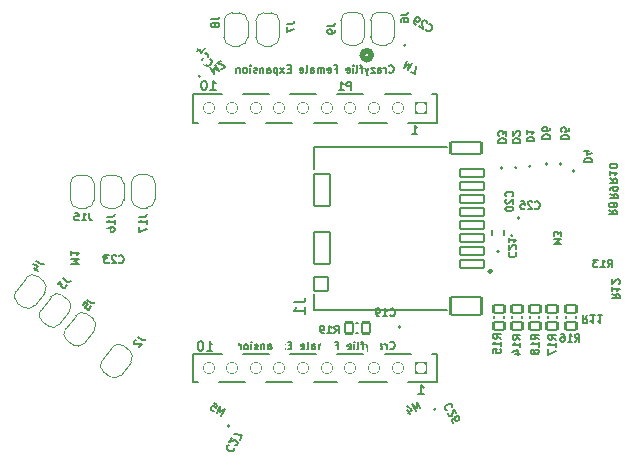
<source format=gbo>
%TF.GenerationSoftware,KiCad,Pcbnew,9.0.5*%
%TF.CreationDate,2025-12-11T12:43:02+01:00*%
%TF.ProjectId,MemShield,4d656d53-6869-4656-9c64-2e6b69636164,rev?*%
%TF.SameCoordinates,Original*%
%TF.FileFunction,Legend,Bot*%
%TF.FilePolarity,Positive*%
%FSLAX46Y46*%
G04 Gerber Fmt 4.6, Leading zero omitted, Abs format (unit mm)*
G04 Created by KiCad (PCBNEW 9.0.5) date 2025-12-11 12:43:02*
%MOMM*%
%LPD*%
G01*
G04 APERTURE LIST*
G04 Aperture macros list*
%AMRoundRect*
0 Rectangle with rounded corners*
0 $1 Rounding radius*
0 $2 $3 $4 $5 $6 $7 $8 $9 X,Y pos of 4 corners*
0 Add a 4 corners polygon primitive as box body*
4,1,4,$2,$3,$4,$5,$6,$7,$8,$9,$2,$3,0*
0 Add four circle primitives for the rounded corners*
1,1,$1+$1,$2,$3*
1,1,$1+$1,$4,$5*
1,1,$1+$1,$6,$7*
1,1,$1+$1,$8,$9*
0 Add four rect primitives between the rounded corners*
20,1,$1+$1,$2,$3,$4,$5,0*
20,1,$1+$1,$4,$5,$6,$7,0*
20,1,$1+$1,$6,$7,$8,$9,0*
20,1,$1+$1,$8,$9,$2,$3,0*%
%AMRotRect*
0 Rectangle, with rotation*
0 The origin of the aperture is its center*
0 $1 length*
0 $2 width*
0 $3 Rotation angle, in degrees counterclockwise*
0 Add horizontal line*
21,1,$1,$2,0,0,$3*%
%AMFreePoly0*
4,1,23,0.500000,-0.750000,0.000000,-0.750000,0.000000,-0.745722,-0.065263,-0.745722,-0.191342,-0.711940,-0.304381,-0.646677,-0.396677,-0.554381,-0.461940,-0.441342,-0.495722,-0.315263,-0.495722,-0.250000,-0.500000,-0.250000,-0.500000,0.250000,-0.495722,0.250000,-0.495722,0.315263,-0.461940,0.441342,-0.396677,0.554381,-0.304381,0.646677,-0.191342,0.711940,-0.065263,0.745722,0.000000,0.745722,
0.000000,0.750000,0.500000,0.750000,0.500000,-0.750000,0.500000,-0.750000,$1*%
%AMFreePoly1*
4,1,23,0.000000,0.745722,0.065263,0.745722,0.191342,0.711940,0.304381,0.646677,0.396677,0.554381,0.461940,0.441342,0.495722,0.315263,0.495722,0.250000,0.500000,0.250000,0.500000,-0.250000,0.495722,-0.250000,0.495722,-0.315263,0.461940,-0.441342,0.396677,-0.554381,0.304381,-0.646677,0.191342,-0.711940,0.065263,-0.745722,0.000000,-0.745722,0.000000,-0.750000,-0.500000,-0.750000,
-0.500000,0.750000,0.000000,0.750000,0.000000,0.745722,0.000000,0.745722,$1*%
%AMFreePoly2*
4,1,33,0.181428,0.598088,0.294623,0.551201,0.396496,0.483132,0.483132,0.396496,0.551201,0.294623,0.598088,0.181428,0.621990,0.061261,0.621990,-0.061261,0.598088,-0.181428,0.551201,-0.294623,0.483132,-0.396496,0.396496,-0.483132,0.294623,-0.551201,0.181428,-0.598088,0.061261,-0.621990,-0.061261,-0.621990,-0.181428,-0.598088,-0.294623,-0.551201,-0.396496,-0.483132,-0.483132,-0.396496,
-0.551201,-0.294623,-0.598088,-0.181428,-0.621990,-0.061261,-0.621990,0.061261,-0.598088,0.181428,-0.551201,0.294623,-0.483132,0.396496,-0.396496,0.483132,-0.294623,0.551201,-0.181428,0.598088,-0.061261,0.621990,0.061261,0.621990,0.181428,0.598088,0.181428,0.598088,$1*%
G04 Aperture macros list end*
%ADD10C,0.150000*%
%ADD11C,0.200000*%
%ADD12C,0.153000*%
%ADD13C,0.508000*%
%ADD14C,0.120000*%
%ADD15C,0.152400*%
%ADD16C,0.127000*%
%ADD17C,0.240000*%
%ADD18R,1.050000X1.050000*%
%ADD19C,1.050000*%
%ADD20C,0.000000*%
%ADD21R,0.850000X0.850000*%
%ADD22C,1.066800*%
%ADD23C,1.254000*%
%ADD24C,1.016000*%
%ADD25R,0.654800X0.558800*%
%ADD26FreePoly0,270.000000*%
%ADD27FreePoly1,270.000000*%
%ADD28R,0.609600X0.504800*%
%ADD29RotRect,0.504800X0.558800X300.000000*%
%ADD30R,0.350000X0.550000*%
%ADD31FreePoly2,270.000000*%
%ADD32C,0.950000*%
%ADD33R,1.000000X1.600000*%
%ADD34FreePoly0,232.500000*%
%ADD35FreePoly1,232.500000*%
%ADD36R,0.504800X0.558800*%
%ADD37RotRect,0.504800X0.558800X240.000000*%
%ADD38RotRect,0.550000X0.350000X30.000000*%
%ADD39FreePoly2,30.000000*%
%ADD40RoundRect,0.102000X-0.450000X0.325000X-0.450000X-0.325000X0.450000X-0.325000X0.450000X0.325000X0*%
%ADD41R,0.800000X0.650000*%
%ADD42FreePoly0,90.000000*%
%ADD43FreePoly1,90.000000*%
%ADD44RotRect,0.550000X0.350000X210.000000*%
%ADD45FreePoly2,210.000000*%
%ADD46R,0.504800X0.609600*%
%ADD47RoundRect,0.102000X-0.325000X-0.450000X0.325000X-0.450000X0.325000X0.450000X-0.325000X0.450000X0*%
%ADD48RotRect,0.550000X0.350000X330.000000*%
%ADD49FreePoly2,330.000000*%
%ADD50R,0.558800X0.504800*%
%ADD51RotRect,0.504800X0.558800X120.000000*%
%ADD52FreePoly2,90.000000*%
%ADD53RoundRect,0.102000X-1.000000X0.350000X-1.000000X-0.350000X1.000000X-0.350000X1.000000X0.350000X0*%
%ADD54RoundRect,0.102000X-0.700000X1.350000X-0.700000X-1.350000X0.700000X-1.350000X0.700000X1.350000X0*%
%ADD55RoundRect,0.102000X-1.300000X0.500000X-1.300000X-0.500000X1.300000X-0.500000X1.300000X0.500000X0*%
%ADD56RoundRect,0.102000X-1.300000X0.750000X-1.300000X-0.750000X1.300000X-0.750000X1.300000X0.750000X0*%
%ADD57RoundRect,0.102000X-0.600000X0.600000X-0.600000X-0.600000X0.600000X-0.600000X0.600000X0.600000X0*%
%ADD58RotRect,0.504800X0.558800X60.000000*%
%ADD59RotRect,0.550000X0.350000X150.000000*%
%ADD60FreePoly2,150.000000*%
G04 APERTURE END LIST*
D10*
X170407197Y-104625153D02*
X170716721Y-104841820D01*
X170407197Y-104996582D02*
X171057197Y-104996582D01*
X171057197Y-104996582D02*
X171057197Y-104748963D01*
X171057197Y-104748963D02*
X171026245Y-104687058D01*
X171026245Y-104687058D02*
X170995292Y-104656105D01*
X170995292Y-104656105D02*
X170933388Y-104625153D01*
X170933388Y-104625153D02*
X170840530Y-104625153D01*
X170840530Y-104625153D02*
X170778626Y-104656105D01*
X170778626Y-104656105D02*
X170747673Y-104687058D01*
X170747673Y-104687058D02*
X170716721Y-104748963D01*
X170716721Y-104748963D02*
X170716721Y-104996582D01*
X170778626Y-104253724D02*
X170809578Y-104315629D01*
X170809578Y-104315629D02*
X170840530Y-104346582D01*
X170840530Y-104346582D02*
X170902435Y-104377534D01*
X170902435Y-104377534D02*
X170933388Y-104377534D01*
X170933388Y-104377534D02*
X170995292Y-104346582D01*
X170995292Y-104346582D02*
X171026245Y-104315629D01*
X171026245Y-104315629D02*
X171057197Y-104253724D01*
X171057197Y-104253724D02*
X171057197Y-104129915D01*
X171057197Y-104129915D02*
X171026245Y-104068010D01*
X171026245Y-104068010D02*
X170995292Y-104037058D01*
X170995292Y-104037058D02*
X170933388Y-104006105D01*
X170933388Y-104006105D02*
X170902435Y-104006105D01*
X170902435Y-104006105D02*
X170840530Y-104037058D01*
X170840530Y-104037058D02*
X170809578Y-104068010D01*
X170809578Y-104068010D02*
X170778626Y-104129915D01*
X170778626Y-104129915D02*
X170778626Y-104253724D01*
X170778626Y-104253724D02*
X170747673Y-104315629D01*
X170747673Y-104315629D02*
X170716721Y-104346582D01*
X170716721Y-104346582D02*
X170654816Y-104377534D01*
X170654816Y-104377534D02*
X170531007Y-104377534D01*
X170531007Y-104377534D02*
X170469102Y-104346582D01*
X170469102Y-104346582D02*
X170438150Y-104315629D01*
X170438150Y-104315629D02*
X170407197Y-104253724D01*
X170407197Y-104253724D02*
X170407197Y-104129915D01*
X170407197Y-104129915D02*
X170438150Y-104068010D01*
X170438150Y-104068010D02*
X170469102Y-104037058D01*
X170469102Y-104037058D02*
X170531007Y-104006105D01*
X170531007Y-104006105D02*
X170654816Y-104006105D01*
X170654816Y-104006105D02*
X170716721Y-104037058D01*
X170716721Y-104037058D02*
X170747673Y-104068010D01*
X170747673Y-104068010D02*
X170778626Y-104129915D01*
X143113002Y-88860153D02*
X143577288Y-88860153D01*
X143577288Y-88860153D02*
X143670145Y-88829200D01*
X143670145Y-88829200D02*
X143732050Y-88767296D01*
X143732050Y-88767296D02*
X143763002Y-88674438D01*
X143763002Y-88674438D02*
X143763002Y-88612534D01*
X143113002Y-89107772D02*
X143113002Y-89541105D01*
X143113002Y-89541105D02*
X143763002Y-89262534D01*
X168297197Y-100590282D02*
X168947197Y-100590282D01*
X168947197Y-100590282D02*
X168947197Y-100435520D01*
X168947197Y-100435520D02*
X168916245Y-100342663D01*
X168916245Y-100342663D02*
X168854340Y-100280758D01*
X168854340Y-100280758D02*
X168792435Y-100249805D01*
X168792435Y-100249805D02*
X168668626Y-100218853D01*
X168668626Y-100218853D02*
X168575769Y-100218853D01*
X168575769Y-100218853D02*
X168451959Y-100249805D01*
X168451959Y-100249805D02*
X168390054Y-100280758D01*
X168390054Y-100280758D02*
X168328150Y-100342663D01*
X168328150Y-100342663D02*
X168297197Y-100435520D01*
X168297197Y-100435520D02*
X168297197Y-100590282D01*
X168730530Y-99661710D02*
X168297197Y-99661710D01*
X168978150Y-99816472D02*
X168513864Y-99971234D01*
X168513864Y-99971234D02*
X168513864Y-99568853D01*
X157111221Y-121309445D02*
X157122550Y-121267164D01*
X157122550Y-121267164D02*
X157102927Y-121171271D01*
X157102927Y-121171271D02*
X157071974Y-121117660D01*
X157071974Y-121117660D02*
X156998740Y-121052719D01*
X156998740Y-121052719D02*
X156914177Y-121030061D01*
X156914177Y-121030061D02*
X156845090Y-121034207D01*
X156845090Y-121034207D02*
X156722391Y-121069307D01*
X156722391Y-121069307D02*
X156641975Y-121115735D01*
X156641975Y-121115735D02*
X156550229Y-121204446D01*
X156550229Y-121204446D02*
X156512094Y-121262203D01*
X156512094Y-121262203D02*
X156489435Y-121346767D01*
X156489435Y-121346767D02*
X156509058Y-121442660D01*
X156509058Y-121442660D02*
X156540010Y-121496271D01*
X156540010Y-121496271D02*
X156613244Y-121561211D01*
X156613244Y-121561211D02*
X156655526Y-121572541D01*
X156779336Y-121786985D02*
X156768006Y-121829267D01*
X156768006Y-121829267D02*
X156772153Y-121898354D01*
X156772153Y-121898354D02*
X156849534Y-122032382D01*
X156849534Y-122032382D02*
X156907292Y-122070517D01*
X156907292Y-122070517D02*
X156949574Y-122081846D01*
X156949574Y-122081846D02*
X157018661Y-122077699D01*
X157018661Y-122077699D02*
X157072272Y-122046747D01*
X157072272Y-122046747D02*
X157137213Y-121973513D01*
X157137213Y-121973513D02*
X157273165Y-121466132D01*
X157273165Y-121466132D02*
X157474355Y-121814604D01*
X157190011Y-122622104D02*
X157128106Y-122514882D01*
X157128106Y-122514882D02*
X157123959Y-122445795D01*
X157123959Y-122445795D02*
X157135288Y-122403513D01*
X157135288Y-122403513D02*
X157184753Y-122303473D01*
X157184753Y-122303473D02*
X157276499Y-122214763D01*
X157276499Y-122214763D02*
X157490943Y-122090954D01*
X157490943Y-122090954D02*
X157560030Y-122086807D01*
X157560030Y-122086807D02*
X157602312Y-122098136D01*
X157602312Y-122098136D02*
X157660070Y-122136271D01*
X157660070Y-122136271D02*
X157721975Y-122243493D01*
X157721975Y-122243493D02*
X157726122Y-122312580D01*
X157726122Y-122312580D02*
X157714792Y-122354862D01*
X157714792Y-122354862D02*
X157676657Y-122412620D01*
X157676657Y-122412620D02*
X157542630Y-122490001D01*
X157542630Y-122490001D02*
X157473542Y-122494148D01*
X157473542Y-122494148D02*
X157431260Y-122482819D01*
X157431260Y-122482819D02*
X157373503Y-122444684D01*
X157373503Y-122444684D02*
X157311598Y-122337461D01*
X157311598Y-122337461D02*
X157307451Y-122268374D01*
X157307451Y-122268374D02*
X157318780Y-122226092D01*
X157318780Y-122226092D02*
X157356915Y-122168334D01*
X162227197Y-98936582D02*
X162877197Y-98936582D01*
X162877197Y-98936582D02*
X162877197Y-98781820D01*
X162877197Y-98781820D02*
X162846245Y-98688963D01*
X162846245Y-98688963D02*
X162784340Y-98627058D01*
X162784340Y-98627058D02*
X162722435Y-98596105D01*
X162722435Y-98596105D02*
X162598626Y-98565153D01*
X162598626Y-98565153D02*
X162505769Y-98565153D01*
X162505769Y-98565153D02*
X162381959Y-98596105D01*
X162381959Y-98596105D02*
X162320054Y-98627058D01*
X162320054Y-98627058D02*
X162258150Y-98688963D01*
X162258150Y-98688963D02*
X162227197Y-98781820D01*
X162227197Y-98781820D02*
X162227197Y-98936582D01*
X162815292Y-98317534D02*
X162846245Y-98286582D01*
X162846245Y-98286582D02*
X162877197Y-98224677D01*
X162877197Y-98224677D02*
X162877197Y-98069915D01*
X162877197Y-98069915D02*
X162846245Y-98008010D01*
X162846245Y-98008010D02*
X162815292Y-97977058D01*
X162815292Y-97977058D02*
X162753388Y-97946105D01*
X162753388Y-97946105D02*
X162691483Y-97946105D01*
X162691483Y-97946105D02*
X162598626Y-97977058D01*
X162598626Y-97977058D02*
X162227197Y-98348486D01*
X162227197Y-98348486D02*
X162227197Y-97946105D01*
X170277957Y-109469722D02*
X170494624Y-109160198D01*
X170649386Y-109469722D02*
X170649386Y-108819722D01*
X170649386Y-108819722D02*
X170401767Y-108819722D01*
X170401767Y-108819722D02*
X170339862Y-108850674D01*
X170339862Y-108850674D02*
X170308909Y-108881627D01*
X170308909Y-108881627D02*
X170277957Y-108943531D01*
X170277957Y-108943531D02*
X170277957Y-109036389D01*
X170277957Y-109036389D02*
X170308909Y-109098293D01*
X170308909Y-109098293D02*
X170339862Y-109129246D01*
X170339862Y-109129246D02*
X170401767Y-109160198D01*
X170401767Y-109160198D02*
X170649386Y-109160198D01*
X169658909Y-109469722D02*
X170030338Y-109469722D01*
X169844624Y-109469722D02*
X169844624Y-108819722D01*
X169844624Y-108819722D02*
X169906528Y-108912579D01*
X169906528Y-108912579D02*
X169968433Y-108974484D01*
X169968433Y-108974484D02*
X170030338Y-109005436D01*
X169442242Y-108819722D02*
X169039861Y-108819722D01*
X169039861Y-108819722D02*
X169256528Y-109067341D01*
X169256528Y-109067341D02*
X169163671Y-109067341D01*
X169163671Y-109067341D02*
X169101766Y-109098293D01*
X169101766Y-109098293D02*
X169070814Y-109129246D01*
X169070814Y-109129246D02*
X169039861Y-109191150D01*
X169039861Y-109191150D02*
X169039861Y-109345912D01*
X169039861Y-109345912D02*
X169070814Y-109407817D01*
X169070814Y-109407817D02*
X169101766Y-109438770D01*
X169101766Y-109438770D02*
X169163671Y-109469722D01*
X169163671Y-109469722D02*
X169349385Y-109469722D01*
X169349385Y-109469722D02*
X169411290Y-109438770D01*
X169411290Y-109438770D02*
X169442242Y-109407817D01*
X165697197Y-107543010D02*
X166347197Y-107543010D01*
X166347197Y-107543010D02*
X165882911Y-107326343D01*
X165882911Y-107326343D02*
X166347197Y-107109676D01*
X166347197Y-107109676D02*
X165697197Y-107109676D01*
X166347197Y-106862057D02*
X166347197Y-106459676D01*
X166347197Y-106459676D02*
X166099578Y-106676343D01*
X166099578Y-106676343D02*
X166099578Y-106583486D01*
X166099578Y-106583486D02*
X166068626Y-106521581D01*
X166068626Y-106521581D02*
X166037673Y-106490629D01*
X166037673Y-106490629D02*
X165975769Y-106459676D01*
X165975769Y-106459676D02*
X165821007Y-106459676D01*
X165821007Y-106459676D02*
X165759102Y-106490629D01*
X165759102Y-106490629D02*
X165728150Y-106521581D01*
X165728150Y-106521581D02*
X165697197Y-106583486D01*
X165697197Y-106583486D02*
X165697197Y-106769200D01*
X165697197Y-106769200D02*
X165728150Y-106831105D01*
X165728150Y-106831105D02*
X165759102Y-106862057D01*
X148539862Y-94439722D02*
X148539862Y-93789722D01*
X148539862Y-93789722D02*
X148292243Y-93789722D01*
X148292243Y-93789722D02*
X148230338Y-93820674D01*
X148230338Y-93820674D02*
X148199385Y-93851627D01*
X148199385Y-93851627D02*
X148168433Y-93913531D01*
X148168433Y-93913531D02*
X148168433Y-94006389D01*
X148168433Y-94006389D02*
X148199385Y-94068293D01*
X148199385Y-94068293D02*
X148230338Y-94099246D01*
X148230338Y-94099246D02*
X148292243Y-94130198D01*
X148292243Y-94130198D02*
X148539862Y-94130198D01*
X147549385Y-94439722D02*
X147920814Y-94439722D01*
X147735100Y-94439722D02*
X147735100Y-93789722D01*
X147735100Y-93789722D02*
X147797004Y-93882579D01*
X147797004Y-93882579D02*
X147858909Y-93944484D01*
X147858909Y-93944484D02*
X147920814Y-93975436D01*
X151757955Y-92947817D02*
X151788907Y-92978770D01*
X151788907Y-92978770D02*
X151881765Y-93009722D01*
X151881765Y-93009722D02*
X151943669Y-93009722D01*
X151943669Y-93009722D02*
X152036526Y-92978770D01*
X152036526Y-92978770D02*
X152098431Y-92916865D01*
X152098431Y-92916865D02*
X152129384Y-92854960D01*
X152129384Y-92854960D02*
X152160336Y-92731150D01*
X152160336Y-92731150D02*
X152160336Y-92638293D01*
X152160336Y-92638293D02*
X152129384Y-92514484D01*
X152129384Y-92514484D02*
X152098431Y-92452579D01*
X152098431Y-92452579D02*
X152036526Y-92390674D01*
X152036526Y-92390674D02*
X151943669Y-92359722D01*
X151943669Y-92359722D02*
X151881765Y-92359722D01*
X151881765Y-92359722D02*
X151788907Y-92390674D01*
X151788907Y-92390674D02*
X151757955Y-92421627D01*
X151479384Y-93009722D02*
X151479384Y-92576389D01*
X151479384Y-92700198D02*
X151448431Y-92638293D01*
X151448431Y-92638293D02*
X151417479Y-92607341D01*
X151417479Y-92607341D02*
X151355574Y-92576389D01*
X151355574Y-92576389D02*
X151293669Y-92576389D01*
X150798431Y-93009722D02*
X150798431Y-92669246D01*
X150798431Y-92669246D02*
X150829384Y-92607341D01*
X150829384Y-92607341D02*
X150891288Y-92576389D01*
X150891288Y-92576389D02*
X151015098Y-92576389D01*
X151015098Y-92576389D02*
X151077003Y-92607341D01*
X150798431Y-92978770D02*
X150860336Y-93009722D01*
X150860336Y-93009722D02*
X151015098Y-93009722D01*
X151015098Y-93009722D02*
X151077003Y-92978770D01*
X151077003Y-92978770D02*
X151107955Y-92916865D01*
X151107955Y-92916865D02*
X151107955Y-92854960D01*
X151107955Y-92854960D02*
X151077003Y-92793055D01*
X151077003Y-92793055D02*
X151015098Y-92762103D01*
X151015098Y-92762103D02*
X150860336Y-92762103D01*
X150860336Y-92762103D02*
X150798431Y-92731150D01*
X150550812Y-92576389D02*
X150210336Y-92576389D01*
X150210336Y-92576389D02*
X150550812Y-93009722D01*
X150550812Y-93009722D02*
X150210336Y-93009722D01*
X150024622Y-92576389D02*
X149869860Y-93009722D01*
X149715099Y-92576389D02*
X149869860Y-93009722D01*
X149869860Y-93009722D02*
X149931765Y-93164484D01*
X149931765Y-93164484D02*
X149962718Y-93195436D01*
X149962718Y-93195436D02*
X150024622Y-93226389D01*
X149560337Y-92576389D02*
X149312718Y-92576389D01*
X149467480Y-93009722D02*
X149467480Y-92452579D01*
X149467480Y-92452579D02*
X149436527Y-92390674D01*
X149436527Y-92390674D02*
X149374622Y-92359722D01*
X149374622Y-92359722D02*
X149312718Y-92359722D01*
X149003193Y-93009722D02*
X149065098Y-92978770D01*
X149065098Y-92978770D02*
X149096051Y-92916865D01*
X149096051Y-92916865D02*
X149096051Y-92359722D01*
X148755575Y-93009722D02*
X148755575Y-92576389D01*
X148755575Y-92359722D02*
X148786527Y-92390674D01*
X148786527Y-92390674D02*
X148755575Y-92421627D01*
X148755575Y-92421627D02*
X148724622Y-92390674D01*
X148724622Y-92390674D02*
X148755575Y-92359722D01*
X148755575Y-92359722D02*
X148755575Y-92421627D01*
X148198432Y-92978770D02*
X148260336Y-93009722D01*
X148260336Y-93009722D02*
X148384146Y-93009722D01*
X148384146Y-93009722D02*
X148446051Y-92978770D01*
X148446051Y-92978770D02*
X148477003Y-92916865D01*
X148477003Y-92916865D02*
X148477003Y-92669246D01*
X148477003Y-92669246D02*
X148446051Y-92607341D01*
X148446051Y-92607341D02*
X148384146Y-92576389D01*
X148384146Y-92576389D02*
X148260336Y-92576389D01*
X148260336Y-92576389D02*
X148198432Y-92607341D01*
X148198432Y-92607341D02*
X148167479Y-92669246D01*
X148167479Y-92669246D02*
X148167479Y-92731150D01*
X148167479Y-92731150D02*
X148477003Y-92793055D01*
X147177003Y-92669246D02*
X147393670Y-92669246D01*
X147393670Y-93009722D02*
X147393670Y-92359722D01*
X147393670Y-92359722D02*
X147084146Y-92359722D01*
X146588908Y-92978770D02*
X146650812Y-93009722D01*
X146650812Y-93009722D02*
X146774622Y-93009722D01*
X146774622Y-93009722D02*
X146836527Y-92978770D01*
X146836527Y-92978770D02*
X146867479Y-92916865D01*
X146867479Y-92916865D02*
X146867479Y-92669246D01*
X146867479Y-92669246D02*
X146836527Y-92607341D01*
X146836527Y-92607341D02*
X146774622Y-92576389D01*
X146774622Y-92576389D02*
X146650812Y-92576389D01*
X146650812Y-92576389D02*
X146588908Y-92607341D01*
X146588908Y-92607341D02*
X146557955Y-92669246D01*
X146557955Y-92669246D02*
X146557955Y-92731150D01*
X146557955Y-92731150D02*
X146867479Y-92793055D01*
X146279384Y-93009722D02*
X146279384Y-92576389D01*
X146279384Y-92638293D02*
X146248431Y-92607341D01*
X146248431Y-92607341D02*
X146186526Y-92576389D01*
X146186526Y-92576389D02*
X146093669Y-92576389D01*
X146093669Y-92576389D02*
X146031765Y-92607341D01*
X146031765Y-92607341D02*
X146000812Y-92669246D01*
X146000812Y-92669246D02*
X146000812Y-93009722D01*
X146000812Y-92669246D02*
X145969860Y-92607341D01*
X145969860Y-92607341D02*
X145907955Y-92576389D01*
X145907955Y-92576389D02*
X145815098Y-92576389D01*
X145815098Y-92576389D02*
X145753193Y-92607341D01*
X145753193Y-92607341D02*
X145722241Y-92669246D01*
X145722241Y-92669246D02*
X145722241Y-93009722D01*
X145134145Y-93009722D02*
X145134145Y-92669246D01*
X145134145Y-92669246D02*
X145165098Y-92607341D01*
X145165098Y-92607341D02*
X145227002Y-92576389D01*
X145227002Y-92576389D02*
X145350812Y-92576389D01*
X145350812Y-92576389D02*
X145412717Y-92607341D01*
X145134145Y-92978770D02*
X145196050Y-93009722D01*
X145196050Y-93009722D02*
X145350812Y-93009722D01*
X145350812Y-93009722D02*
X145412717Y-92978770D01*
X145412717Y-92978770D02*
X145443669Y-92916865D01*
X145443669Y-92916865D02*
X145443669Y-92854960D01*
X145443669Y-92854960D02*
X145412717Y-92793055D01*
X145412717Y-92793055D02*
X145350812Y-92762103D01*
X145350812Y-92762103D02*
X145196050Y-92762103D01*
X145196050Y-92762103D02*
X145134145Y-92731150D01*
X144731764Y-93009722D02*
X144793669Y-92978770D01*
X144793669Y-92978770D02*
X144824622Y-92916865D01*
X144824622Y-92916865D02*
X144824622Y-92359722D01*
X144236527Y-92978770D02*
X144298431Y-93009722D01*
X144298431Y-93009722D02*
X144422241Y-93009722D01*
X144422241Y-93009722D02*
X144484146Y-92978770D01*
X144484146Y-92978770D02*
X144515098Y-92916865D01*
X144515098Y-92916865D02*
X144515098Y-92669246D01*
X144515098Y-92669246D02*
X144484146Y-92607341D01*
X144484146Y-92607341D02*
X144422241Y-92576389D01*
X144422241Y-92576389D02*
X144298431Y-92576389D01*
X144298431Y-92576389D02*
X144236527Y-92607341D01*
X144236527Y-92607341D02*
X144205574Y-92669246D01*
X144205574Y-92669246D02*
X144205574Y-92731150D01*
X144205574Y-92731150D02*
X144515098Y-92793055D01*
X143431765Y-92669246D02*
X143215098Y-92669246D01*
X143122241Y-93009722D02*
X143431765Y-93009722D01*
X143431765Y-93009722D02*
X143431765Y-92359722D01*
X143431765Y-92359722D02*
X143122241Y-92359722D01*
X142905574Y-93009722D02*
X142565098Y-92576389D01*
X142905574Y-92576389D02*
X142565098Y-93009722D01*
X142317480Y-92576389D02*
X142317480Y-93226389D01*
X142317480Y-92607341D02*
X142255575Y-92576389D01*
X142255575Y-92576389D02*
X142131765Y-92576389D01*
X142131765Y-92576389D02*
X142069861Y-92607341D01*
X142069861Y-92607341D02*
X142038908Y-92638293D01*
X142038908Y-92638293D02*
X142007956Y-92700198D01*
X142007956Y-92700198D02*
X142007956Y-92885912D01*
X142007956Y-92885912D02*
X142038908Y-92947817D01*
X142038908Y-92947817D02*
X142069861Y-92978770D01*
X142069861Y-92978770D02*
X142131765Y-93009722D01*
X142131765Y-93009722D02*
X142255575Y-93009722D01*
X142255575Y-93009722D02*
X142317480Y-92978770D01*
X141450813Y-93009722D02*
X141450813Y-92669246D01*
X141450813Y-92669246D02*
X141481766Y-92607341D01*
X141481766Y-92607341D02*
X141543670Y-92576389D01*
X141543670Y-92576389D02*
X141667480Y-92576389D01*
X141667480Y-92576389D02*
X141729385Y-92607341D01*
X141450813Y-92978770D02*
X141512718Y-93009722D01*
X141512718Y-93009722D02*
X141667480Y-93009722D01*
X141667480Y-93009722D02*
X141729385Y-92978770D01*
X141729385Y-92978770D02*
X141760337Y-92916865D01*
X141760337Y-92916865D02*
X141760337Y-92854960D01*
X141760337Y-92854960D02*
X141729385Y-92793055D01*
X141729385Y-92793055D02*
X141667480Y-92762103D01*
X141667480Y-92762103D02*
X141512718Y-92762103D01*
X141512718Y-92762103D02*
X141450813Y-92731150D01*
X141141290Y-92576389D02*
X141141290Y-93009722D01*
X141141290Y-92638293D02*
X141110337Y-92607341D01*
X141110337Y-92607341D02*
X141048432Y-92576389D01*
X141048432Y-92576389D02*
X140955575Y-92576389D01*
X140955575Y-92576389D02*
X140893671Y-92607341D01*
X140893671Y-92607341D02*
X140862718Y-92669246D01*
X140862718Y-92669246D02*
X140862718Y-93009722D01*
X140584147Y-92978770D02*
X140522242Y-93009722D01*
X140522242Y-93009722D02*
X140398433Y-93009722D01*
X140398433Y-93009722D02*
X140336528Y-92978770D01*
X140336528Y-92978770D02*
X140305576Y-92916865D01*
X140305576Y-92916865D02*
X140305576Y-92885912D01*
X140305576Y-92885912D02*
X140336528Y-92824008D01*
X140336528Y-92824008D02*
X140398433Y-92793055D01*
X140398433Y-92793055D02*
X140491290Y-92793055D01*
X140491290Y-92793055D02*
X140553195Y-92762103D01*
X140553195Y-92762103D02*
X140584147Y-92700198D01*
X140584147Y-92700198D02*
X140584147Y-92669246D01*
X140584147Y-92669246D02*
X140553195Y-92607341D01*
X140553195Y-92607341D02*
X140491290Y-92576389D01*
X140491290Y-92576389D02*
X140398433Y-92576389D01*
X140398433Y-92576389D02*
X140336528Y-92607341D01*
X140027005Y-93009722D02*
X140027005Y-92576389D01*
X140027005Y-92359722D02*
X140057957Y-92390674D01*
X140057957Y-92390674D02*
X140027005Y-92421627D01*
X140027005Y-92421627D02*
X139996052Y-92390674D01*
X139996052Y-92390674D02*
X140027005Y-92359722D01*
X140027005Y-92359722D02*
X140027005Y-92421627D01*
X139624623Y-93009722D02*
X139686528Y-92978770D01*
X139686528Y-92978770D02*
X139717481Y-92947817D01*
X139717481Y-92947817D02*
X139748433Y-92885912D01*
X139748433Y-92885912D02*
X139748433Y-92700198D01*
X139748433Y-92700198D02*
X139717481Y-92638293D01*
X139717481Y-92638293D02*
X139686528Y-92607341D01*
X139686528Y-92607341D02*
X139624623Y-92576389D01*
X139624623Y-92576389D02*
X139531766Y-92576389D01*
X139531766Y-92576389D02*
X139469862Y-92607341D01*
X139469862Y-92607341D02*
X139438909Y-92638293D01*
X139438909Y-92638293D02*
X139407957Y-92700198D01*
X139407957Y-92700198D02*
X139407957Y-92885912D01*
X139407957Y-92885912D02*
X139438909Y-92947817D01*
X139438909Y-92947817D02*
X139469862Y-92978770D01*
X139469862Y-92978770D02*
X139531766Y-93009722D01*
X139531766Y-93009722D02*
X139624623Y-93009722D01*
X139129386Y-92576389D02*
X139129386Y-93009722D01*
X139129386Y-92638293D02*
X139098433Y-92607341D01*
X139098433Y-92607341D02*
X139036528Y-92576389D01*
X139036528Y-92576389D02*
X138943671Y-92576389D01*
X138943671Y-92576389D02*
X138881767Y-92607341D01*
X138881767Y-92607341D02*
X138850814Y-92669246D01*
X138850814Y-92669246D02*
X138850814Y-93009722D01*
D11*
X136642481Y-94476515D02*
X137099624Y-94476515D01*
X136871052Y-94476515D02*
X136871052Y-93676515D01*
X136871052Y-93676515D02*
X136947243Y-93790800D01*
X136947243Y-93790800D02*
X137023433Y-93866991D01*
X137023433Y-93866991D02*
X137099624Y-93905086D01*
X136147242Y-93676515D02*
X136071052Y-93676515D01*
X136071052Y-93676515D02*
X135994861Y-93714610D01*
X135994861Y-93714610D02*
X135956766Y-93752705D01*
X135956766Y-93752705D02*
X135918671Y-93828896D01*
X135918671Y-93828896D02*
X135880576Y-93981277D01*
X135880576Y-93981277D02*
X135880576Y-94171753D01*
X135880576Y-94171753D02*
X135918671Y-94324134D01*
X135918671Y-94324134D02*
X135956766Y-94400324D01*
X135956766Y-94400324D02*
X135994861Y-94438420D01*
X135994861Y-94438420D02*
X136071052Y-94476515D01*
X136071052Y-94476515D02*
X136147242Y-94476515D01*
X136147242Y-94476515D02*
X136223433Y-94438420D01*
X136223433Y-94438420D02*
X136261528Y-94400324D01*
X136261528Y-94400324D02*
X136299623Y-94324134D01*
X136299623Y-94324134D02*
X136337719Y-94171753D01*
X136337719Y-94171753D02*
X136337719Y-93981277D01*
X136337719Y-93981277D02*
X136299623Y-93828896D01*
X136299623Y-93828896D02*
X136261528Y-93752705D01*
X136261528Y-93752705D02*
X136223433Y-93714610D01*
X136223433Y-93714610D02*
X136147242Y-93676515D01*
X153701528Y-98216515D02*
X154158671Y-98216515D01*
X153930099Y-98216515D02*
X153930099Y-97416515D01*
X153930099Y-97416515D02*
X154006290Y-97530800D01*
X154006290Y-97530800D02*
X154082480Y-97606991D01*
X154082480Y-97606991D02*
X154158671Y-97645086D01*
D10*
X170437197Y-101944677D02*
X170746721Y-102161344D01*
X170437197Y-102316106D02*
X171087197Y-102316106D01*
X171087197Y-102316106D02*
X171087197Y-102068487D01*
X171087197Y-102068487D02*
X171056245Y-102006582D01*
X171056245Y-102006582D02*
X171025292Y-101975629D01*
X171025292Y-101975629D02*
X170963388Y-101944677D01*
X170963388Y-101944677D02*
X170870530Y-101944677D01*
X170870530Y-101944677D02*
X170808626Y-101975629D01*
X170808626Y-101975629D02*
X170777673Y-102006582D01*
X170777673Y-102006582D02*
X170746721Y-102068487D01*
X170746721Y-102068487D02*
X170746721Y-102316106D01*
X170437197Y-101325629D02*
X170437197Y-101697058D01*
X170437197Y-101511344D02*
X171087197Y-101511344D01*
X171087197Y-101511344D02*
X170994340Y-101573248D01*
X170994340Y-101573248D02*
X170932435Y-101635153D01*
X170932435Y-101635153D02*
X170901483Y-101697058D01*
X171087197Y-100923248D02*
X171087197Y-100861343D01*
X171087197Y-100861343D02*
X171056245Y-100799439D01*
X171056245Y-100799439D02*
X171025292Y-100768486D01*
X171025292Y-100768486D02*
X170963388Y-100737534D01*
X170963388Y-100737534D02*
X170839578Y-100706581D01*
X170839578Y-100706581D02*
X170684816Y-100706581D01*
X170684816Y-100706581D02*
X170561007Y-100737534D01*
X170561007Y-100737534D02*
X170499102Y-100768486D01*
X170499102Y-100768486D02*
X170468150Y-100799439D01*
X170468150Y-100799439D02*
X170437197Y-100861343D01*
X170437197Y-100861343D02*
X170437197Y-100923248D01*
X170437197Y-100923248D02*
X170468150Y-100985153D01*
X170468150Y-100985153D02*
X170499102Y-101016105D01*
X170499102Y-101016105D02*
X170561007Y-101047058D01*
X170561007Y-101047058D02*
X170684816Y-101078010D01*
X170684816Y-101078010D02*
X170839578Y-101078010D01*
X170839578Y-101078010D02*
X170963388Y-101047058D01*
X170963388Y-101047058D02*
X171025292Y-101016105D01*
X171025292Y-101016105D02*
X171056245Y-100985153D01*
X171056245Y-100985153D02*
X171087197Y-100923248D01*
X121897304Y-108908898D02*
X122265647Y-109191537D01*
X122265647Y-109191537D02*
X122358158Y-109223509D01*
X122358158Y-109223509D02*
X122444956Y-109212082D01*
X122444956Y-109212082D02*
X122526040Y-109157256D01*
X122526040Y-109157256D02*
X122563725Y-109108143D01*
X121711188Y-109507363D02*
X122054974Y-109771160D01*
X121608952Y-109233842D02*
X122071507Y-109393700D01*
X122071507Y-109393700D02*
X121826553Y-109712930D01*
X151876257Y-113547817D02*
X151907209Y-113578770D01*
X151907209Y-113578770D02*
X152000067Y-113609722D01*
X152000067Y-113609722D02*
X152061971Y-113609722D01*
X152061971Y-113609722D02*
X152154828Y-113578770D01*
X152154828Y-113578770D02*
X152216733Y-113516865D01*
X152216733Y-113516865D02*
X152247686Y-113454960D01*
X152247686Y-113454960D02*
X152278638Y-113331150D01*
X152278638Y-113331150D02*
X152278638Y-113238293D01*
X152278638Y-113238293D02*
X152247686Y-113114484D01*
X152247686Y-113114484D02*
X152216733Y-113052579D01*
X152216733Y-113052579D02*
X152154828Y-112990674D01*
X152154828Y-112990674D02*
X152061971Y-112959722D01*
X152061971Y-112959722D02*
X152000067Y-112959722D01*
X152000067Y-112959722D02*
X151907209Y-112990674D01*
X151907209Y-112990674D02*
X151876257Y-113021627D01*
X151257209Y-113609722D02*
X151628638Y-113609722D01*
X151442924Y-113609722D02*
X151442924Y-112959722D01*
X151442924Y-112959722D02*
X151504828Y-113052579D01*
X151504828Y-113052579D02*
X151566733Y-113114484D01*
X151566733Y-113114484D02*
X151628638Y-113145436D01*
X150947685Y-113609722D02*
X150823876Y-113609722D01*
X150823876Y-113609722D02*
X150761971Y-113578770D01*
X150761971Y-113578770D02*
X150731019Y-113547817D01*
X150731019Y-113547817D02*
X150669114Y-113454960D01*
X150669114Y-113454960D02*
X150638161Y-113331150D01*
X150638161Y-113331150D02*
X150638161Y-113083531D01*
X150638161Y-113083531D02*
X150669114Y-113021627D01*
X150669114Y-113021627D02*
X150700066Y-112990674D01*
X150700066Y-112990674D02*
X150761971Y-112959722D01*
X150761971Y-112959722D02*
X150885780Y-112959722D01*
X150885780Y-112959722D02*
X150947685Y-112990674D01*
X150947685Y-112990674D02*
X150978638Y-113021627D01*
X150978638Y-113021627D02*
X151009590Y-113083531D01*
X151009590Y-113083531D02*
X151009590Y-113238293D01*
X151009590Y-113238293D02*
X150978638Y-113300198D01*
X150978638Y-113300198D02*
X150947685Y-113331150D01*
X150947685Y-113331150D02*
X150885780Y-113362103D01*
X150885780Y-113362103D02*
X150761971Y-113362103D01*
X150761971Y-113362103D02*
X150700066Y-113331150D01*
X150700066Y-113331150D02*
X150669114Y-113300198D01*
X150669114Y-113300198D02*
X150638161Y-113238293D01*
X146533002Y-89050153D02*
X146997288Y-89050153D01*
X146997288Y-89050153D02*
X147090145Y-89019200D01*
X147090145Y-89019200D02*
X147152050Y-88957296D01*
X147152050Y-88957296D02*
X147183002Y-88864438D01*
X147183002Y-88864438D02*
X147183002Y-88802534D01*
X147183002Y-89390629D02*
X147183002Y-89514438D01*
X147183002Y-89514438D02*
X147152050Y-89576343D01*
X147152050Y-89576343D02*
X147121097Y-89607295D01*
X147121097Y-89607295D02*
X147028240Y-89669200D01*
X147028240Y-89669200D02*
X146904430Y-89700153D01*
X146904430Y-89700153D02*
X146656811Y-89700153D01*
X146656811Y-89700153D02*
X146594907Y-89669200D01*
X146594907Y-89669200D02*
X146563954Y-89638248D01*
X146563954Y-89638248D02*
X146533002Y-89576343D01*
X146533002Y-89576343D02*
X146533002Y-89452534D01*
X146533002Y-89452534D02*
X146563954Y-89390629D01*
X146563954Y-89390629D02*
X146594907Y-89359676D01*
X146594907Y-89359676D02*
X146656811Y-89328724D01*
X146656811Y-89328724D02*
X146811573Y-89328724D01*
X146811573Y-89328724D02*
X146873478Y-89359676D01*
X146873478Y-89359676D02*
X146904430Y-89390629D01*
X146904430Y-89390629D02*
X146935383Y-89452534D01*
X146935383Y-89452534D02*
X146935383Y-89576343D01*
X146935383Y-89576343D02*
X146904430Y-89638248D01*
X146904430Y-89638248D02*
X146873478Y-89669200D01*
X146873478Y-89669200D02*
X146811573Y-89700153D01*
X138191121Y-124493196D02*
X138148839Y-124504525D01*
X138148839Y-124504525D02*
X138075605Y-124569466D01*
X138075605Y-124569466D02*
X138044653Y-124623077D01*
X138044653Y-124623077D02*
X138025030Y-124718970D01*
X138025030Y-124718970D02*
X138047688Y-124803533D01*
X138047688Y-124803533D02*
X138085823Y-124861291D01*
X138085823Y-124861291D02*
X138177569Y-124950001D01*
X138177569Y-124950001D02*
X138257986Y-124996430D01*
X138257986Y-124996430D02*
X138380684Y-125031529D01*
X138380684Y-125031529D02*
X138449772Y-125035676D01*
X138449772Y-125035676D02*
X138534335Y-125013017D01*
X138534335Y-125013017D02*
X138607569Y-124948077D01*
X138607569Y-124948077D02*
X138638522Y-124894466D01*
X138638522Y-124894466D02*
X138658145Y-124798573D01*
X138658145Y-124798573D02*
X138646815Y-124756291D01*
X138770625Y-124541847D02*
X138812907Y-124530517D01*
X138812907Y-124530517D02*
X138870664Y-124492383D01*
X138870664Y-124492383D02*
X138948045Y-124358355D01*
X138948045Y-124358355D02*
X138952192Y-124289267D01*
X138952192Y-124289267D02*
X138940863Y-124246986D01*
X138940863Y-124246986D02*
X138902728Y-124189228D01*
X138902728Y-124189228D02*
X138849117Y-124158275D01*
X138849117Y-124158275D02*
X138753224Y-124138652D01*
X138753224Y-124138652D02*
X138245843Y-124274605D01*
X138245843Y-124274605D02*
X138447034Y-123926133D01*
X139118284Y-124063493D02*
X139334950Y-123688216D01*
X139334950Y-123688216D02*
X138632748Y-123604466D01*
X136637954Y-92526254D02*
X136962954Y-93089170D01*
X136962954Y-93089170D02*
X136918450Y-92578754D01*
X136918450Y-92578754D02*
X137338232Y-92872503D01*
X137338232Y-92872503D02*
X137013232Y-92309587D01*
X137548529Y-92679607D02*
X137590811Y-92690936D01*
X137590811Y-92690936D02*
X137659898Y-92686789D01*
X137659898Y-92686789D02*
X137793926Y-92609408D01*
X137793926Y-92609408D02*
X137832061Y-92551650D01*
X137832061Y-92551650D02*
X137843390Y-92509369D01*
X137843390Y-92509369D02*
X137839244Y-92440281D01*
X137839244Y-92440281D02*
X137808291Y-92386670D01*
X137808291Y-92386670D02*
X137735057Y-92321730D01*
X137735057Y-92321730D02*
X137227676Y-92185778D01*
X137227676Y-92185778D02*
X137576148Y-91984587D01*
D12*
X165892846Y-115598962D02*
X165583322Y-115382295D01*
X165892846Y-115227533D02*
X165242846Y-115227533D01*
X165242846Y-115227533D02*
X165242846Y-115475152D01*
X165242846Y-115475152D02*
X165273798Y-115537057D01*
X165273798Y-115537057D02*
X165304751Y-115568010D01*
X165304751Y-115568010D02*
X165366655Y-115598962D01*
X165366655Y-115598962D02*
X165459513Y-115598962D01*
X165459513Y-115598962D02*
X165521417Y-115568010D01*
X165521417Y-115568010D02*
X165552370Y-115537057D01*
X165552370Y-115537057D02*
X165583322Y-115475152D01*
X165583322Y-115475152D02*
X165583322Y-115227533D01*
X165892846Y-116218010D02*
X165892846Y-115846581D01*
X165892846Y-116032295D02*
X165242846Y-116032295D01*
X165242846Y-116032295D02*
X165335703Y-115970391D01*
X165335703Y-115970391D02*
X165397608Y-115908486D01*
X165397608Y-115908486D02*
X165428560Y-115846581D01*
X165242846Y-116434677D02*
X165242846Y-116868010D01*
X165242846Y-116868010D02*
X165892846Y-116589439D01*
D10*
X161959102Y-108204677D02*
X161928150Y-108235629D01*
X161928150Y-108235629D02*
X161897197Y-108328487D01*
X161897197Y-108328487D02*
X161897197Y-108390391D01*
X161897197Y-108390391D02*
X161928150Y-108483248D01*
X161928150Y-108483248D02*
X161990054Y-108545153D01*
X161990054Y-108545153D02*
X162051959Y-108576106D01*
X162051959Y-108576106D02*
X162175769Y-108607058D01*
X162175769Y-108607058D02*
X162268626Y-108607058D01*
X162268626Y-108607058D02*
X162392435Y-108576106D01*
X162392435Y-108576106D02*
X162454340Y-108545153D01*
X162454340Y-108545153D02*
X162516245Y-108483248D01*
X162516245Y-108483248D02*
X162547197Y-108390391D01*
X162547197Y-108390391D02*
X162547197Y-108328487D01*
X162547197Y-108328487D02*
X162516245Y-108235629D01*
X162516245Y-108235629D02*
X162485292Y-108204677D01*
X162485292Y-107957058D02*
X162516245Y-107926106D01*
X162516245Y-107926106D02*
X162547197Y-107864201D01*
X162547197Y-107864201D02*
X162547197Y-107709439D01*
X162547197Y-107709439D02*
X162516245Y-107647534D01*
X162516245Y-107647534D02*
X162485292Y-107616582D01*
X162485292Y-107616582D02*
X162423388Y-107585629D01*
X162423388Y-107585629D02*
X162361483Y-107585629D01*
X162361483Y-107585629D02*
X162268626Y-107616582D01*
X162268626Y-107616582D02*
X161897197Y-107988010D01*
X161897197Y-107988010D02*
X161897197Y-107585629D01*
X161897197Y-106966581D02*
X161897197Y-107338010D01*
X161897197Y-107152296D02*
X162547197Y-107152296D01*
X162547197Y-107152296D02*
X162454340Y-107214200D01*
X162454340Y-107214200D02*
X162392435Y-107276105D01*
X162392435Y-107276105D02*
X162361483Y-107338010D01*
X170467197Y-103255153D02*
X170776721Y-103471820D01*
X170467197Y-103626582D02*
X171117197Y-103626582D01*
X171117197Y-103626582D02*
X171117197Y-103378963D01*
X171117197Y-103378963D02*
X171086245Y-103317058D01*
X171086245Y-103317058D02*
X171055292Y-103286105D01*
X171055292Y-103286105D02*
X170993388Y-103255153D01*
X170993388Y-103255153D02*
X170900530Y-103255153D01*
X170900530Y-103255153D02*
X170838626Y-103286105D01*
X170838626Y-103286105D02*
X170807673Y-103317058D01*
X170807673Y-103317058D02*
X170776721Y-103378963D01*
X170776721Y-103378963D02*
X170776721Y-103626582D01*
X170467197Y-102945629D02*
X170467197Y-102821820D01*
X170467197Y-102821820D02*
X170498150Y-102759915D01*
X170498150Y-102759915D02*
X170529102Y-102728963D01*
X170529102Y-102728963D02*
X170621959Y-102667058D01*
X170621959Y-102667058D02*
X170745769Y-102636105D01*
X170745769Y-102636105D02*
X170993388Y-102636105D01*
X170993388Y-102636105D02*
X171055292Y-102667058D01*
X171055292Y-102667058D02*
X171086245Y-102698010D01*
X171086245Y-102698010D02*
X171117197Y-102759915D01*
X171117197Y-102759915D02*
X171117197Y-102883724D01*
X171117197Y-102883724D02*
X171086245Y-102945629D01*
X171086245Y-102945629D02*
X171055292Y-102976582D01*
X171055292Y-102976582D02*
X170993388Y-103007534D01*
X170993388Y-103007534D02*
X170838626Y-103007534D01*
X170838626Y-103007534D02*
X170776721Y-102976582D01*
X170776721Y-102976582D02*
X170745769Y-102945629D01*
X170745769Y-102945629D02*
X170714816Y-102883724D01*
X170714816Y-102883724D02*
X170714816Y-102759915D01*
X170714816Y-102759915D02*
X170745769Y-102698010D01*
X170745769Y-102698010D02*
X170776721Y-102667058D01*
X170776721Y-102667058D02*
X170838626Y-102636105D01*
X126386290Y-104849722D02*
X126386290Y-105314008D01*
X126386290Y-105314008D02*
X126417243Y-105406865D01*
X126417243Y-105406865D02*
X126479147Y-105468770D01*
X126479147Y-105468770D02*
X126572005Y-105499722D01*
X126572005Y-105499722D02*
X126633909Y-105499722D01*
X125736290Y-105499722D02*
X126107719Y-105499722D01*
X125922005Y-105499722D02*
X125922005Y-104849722D01*
X125922005Y-104849722D02*
X125983909Y-104942579D01*
X125983909Y-104942579D02*
X126045814Y-105004484D01*
X126045814Y-105004484D02*
X126107719Y-105035436D01*
X125148195Y-104849722D02*
X125457719Y-104849722D01*
X125457719Y-104849722D02*
X125488671Y-105159246D01*
X125488671Y-105159246D02*
X125457719Y-105128293D01*
X125457719Y-105128293D02*
X125395814Y-105097341D01*
X125395814Y-105097341D02*
X125241052Y-105097341D01*
X125241052Y-105097341D02*
X125179147Y-105128293D01*
X125179147Y-105128293D02*
X125148195Y-105159246D01*
X125148195Y-105159246D02*
X125117242Y-105221150D01*
X125117242Y-105221150D02*
X125117242Y-105375912D01*
X125117242Y-105375912D02*
X125148195Y-105437817D01*
X125148195Y-105437817D02*
X125179147Y-105468770D01*
X125179147Y-105468770D02*
X125241052Y-105499722D01*
X125241052Y-105499722D02*
X125395814Y-105499722D01*
X125395814Y-105499722D02*
X125457719Y-105468770D01*
X125457719Y-105468770D02*
X125488671Y-105437817D01*
X154422245Y-121407385D02*
X154097245Y-120844469D01*
X154097245Y-120844469D02*
X154141749Y-121354885D01*
X154141749Y-121354885D02*
X153721967Y-121061136D01*
X153721967Y-121061136D02*
X154046967Y-121624052D01*
X153320995Y-121542822D02*
X153537662Y-121918100D01*
X153331213Y-121250997D02*
X153697384Y-121575699D01*
X153697384Y-121575699D02*
X153348912Y-121776889D01*
X161017197Y-98926582D02*
X161667197Y-98926582D01*
X161667197Y-98926582D02*
X161667197Y-98771820D01*
X161667197Y-98771820D02*
X161636245Y-98678963D01*
X161636245Y-98678963D02*
X161574340Y-98617058D01*
X161574340Y-98617058D02*
X161512435Y-98586105D01*
X161512435Y-98586105D02*
X161388626Y-98555153D01*
X161388626Y-98555153D02*
X161295769Y-98555153D01*
X161295769Y-98555153D02*
X161171959Y-98586105D01*
X161171959Y-98586105D02*
X161110054Y-98617058D01*
X161110054Y-98617058D02*
X161048150Y-98678963D01*
X161048150Y-98678963D02*
X161017197Y-98771820D01*
X161017197Y-98771820D02*
X161017197Y-98926582D01*
X161667197Y-98338486D02*
X161667197Y-97936105D01*
X161667197Y-97936105D02*
X161419578Y-98152772D01*
X161419578Y-98152772D02*
X161419578Y-98059915D01*
X161419578Y-98059915D02*
X161388626Y-97998010D01*
X161388626Y-97998010D02*
X161357673Y-97967058D01*
X161357673Y-97967058D02*
X161295769Y-97936105D01*
X161295769Y-97936105D02*
X161141007Y-97936105D01*
X161141007Y-97936105D02*
X161079102Y-97967058D01*
X161079102Y-97967058D02*
X161048150Y-97998010D01*
X161048150Y-97998010D02*
X161017197Y-98059915D01*
X161017197Y-98059915D02*
X161017197Y-98245629D01*
X161017197Y-98245629D02*
X161048150Y-98307534D01*
X161048150Y-98307534D02*
X161079102Y-98338486D01*
X151836955Y-116357817D02*
X151867907Y-116388770D01*
X151867907Y-116388770D02*
X151960765Y-116419722D01*
X151960765Y-116419722D02*
X152022669Y-116419722D01*
X152022669Y-116419722D02*
X152115526Y-116388770D01*
X152115526Y-116388770D02*
X152177431Y-116326865D01*
X152177431Y-116326865D02*
X152208384Y-116264960D01*
X152208384Y-116264960D02*
X152239336Y-116141150D01*
X152239336Y-116141150D02*
X152239336Y-116048293D01*
X152239336Y-116048293D02*
X152208384Y-115924484D01*
X152208384Y-115924484D02*
X152177431Y-115862579D01*
X152177431Y-115862579D02*
X152115526Y-115800674D01*
X152115526Y-115800674D02*
X152022669Y-115769722D01*
X152022669Y-115769722D02*
X151960765Y-115769722D01*
X151960765Y-115769722D02*
X151867907Y-115800674D01*
X151867907Y-115800674D02*
X151836955Y-115831627D01*
X151558384Y-116419722D02*
X151558384Y-115986389D01*
X151558384Y-116110198D02*
X151527431Y-116048293D01*
X151527431Y-116048293D02*
X151496479Y-116017341D01*
X151496479Y-116017341D02*
X151434574Y-115986389D01*
X151434574Y-115986389D02*
X151372669Y-115986389D01*
X150877431Y-116419722D02*
X150877431Y-116079246D01*
X150877431Y-116079246D02*
X150908384Y-116017341D01*
X150908384Y-116017341D02*
X150970288Y-115986389D01*
X150970288Y-115986389D02*
X151094098Y-115986389D01*
X151094098Y-115986389D02*
X151156003Y-116017341D01*
X150877431Y-116388770D02*
X150939336Y-116419722D01*
X150939336Y-116419722D02*
X151094098Y-116419722D01*
X151094098Y-116419722D02*
X151156003Y-116388770D01*
X151156003Y-116388770D02*
X151186955Y-116326865D01*
X151186955Y-116326865D02*
X151186955Y-116264960D01*
X151186955Y-116264960D02*
X151156003Y-116203055D01*
X151156003Y-116203055D02*
X151094098Y-116172103D01*
X151094098Y-116172103D02*
X150939336Y-116172103D01*
X150939336Y-116172103D02*
X150877431Y-116141150D01*
X150629812Y-115986389D02*
X150289336Y-115986389D01*
X150289336Y-115986389D02*
X150629812Y-116419722D01*
X150629812Y-116419722D02*
X150289336Y-116419722D01*
X150103622Y-115986389D02*
X149948860Y-116419722D01*
X149794099Y-115986389D02*
X149948860Y-116419722D01*
X149948860Y-116419722D02*
X150010765Y-116574484D01*
X150010765Y-116574484D02*
X150041718Y-116605436D01*
X150041718Y-116605436D02*
X150103622Y-116636389D01*
X149639337Y-115986389D02*
X149391718Y-115986389D01*
X149546480Y-116419722D02*
X149546480Y-115862579D01*
X149546480Y-115862579D02*
X149515527Y-115800674D01*
X149515527Y-115800674D02*
X149453622Y-115769722D01*
X149453622Y-115769722D02*
X149391718Y-115769722D01*
X149082193Y-116419722D02*
X149144098Y-116388770D01*
X149144098Y-116388770D02*
X149175051Y-116326865D01*
X149175051Y-116326865D02*
X149175051Y-115769722D01*
X148834575Y-116419722D02*
X148834575Y-115986389D01*
X148834575Y-115769722D02*
X148865527Y-115800674D01*
X148865527Y-115800674D02*
X148834575Y-115831627D01*
X148834575Y-115831627D02*
X148803622Y-115800674D01*
X148803622Y-115800674D02*
X148834575Y-115769722D01*
X148834575Y-115769722D02*
X148834575Y-115831627D01*
X148277432Y-116388770D02*
X148339336Y-116419722D01*
X148339336Y-116419722D02*
X148463146Y-116419722D01*
X148463146Y-116419722D02*
X148525051Y-116388770D01*
X148525051Y-116388770D02*
X148556003Y-116326865D01*
X148556003Y-116326865D02*
X148556003Y-116079246D01*
X148556003Y-116079246D02*
X148525051Y-116017341D01*
X148525051Y-116017341D02*
X148463146Y-115986389D01*
X148463146Y-115986389D02*
X148339336Y-115986389D01*
X148339336Y-115986389D02*
X148277432Y-116017341D01*
X148277432Y-116017341D02*
X148246479Y-116079246D01*
X148246479Y-116079246D02*
X148246479Y-116141150D01*
X148246479Y-116141150D02*
X148556003Y-116203055D01*
X147256003Y-116079246D02*
X147472670Y-116079246D01*
X147472670Y-116419722D02*
X147472670Y-115769722D01*
X147472670Y-115769722D02*
X147163146Y-115769722D01*
X146667908Y-116388770D02*
X146729812Y-116419722D01*
X146729812Y-116419722D02*
X146853622Y-116419722D01*
X146853622Y-116419722D02*
X146915527Y-116388770D01*
X146915527Y-116388770D02*
X146946479Y-116326865D01*
X146946479Y-116326865D02*
X146946479Y-116079246D01*
X146946479Y-116079246D02*
X146915527Y-116017341D01*
X146915527Y-116017341D02*
X146853622Y-115986389D01*
X146853622Y-115986389D02*
X146729812Y-115986389D01*
X146729812Y-115986389D02*
X146667908Y-116017341D01*
X146667908Y-116017341D02*
X146636955Y-116079246D01*
X146636955Y-116079246D02*
X146636955Y-116141150D01*
X146636955Y-116141150D02*
X146946479Y-116203055D01*
X146358384Y-116419722D02*
X146358384Y-115986389D01*
X146358384Y-116048293D02*
X146327431Y-116017341D01*
X146327431Y-116017341D02*
X146265526Y-115986389D01*
X146265526Y-115986389D02*
X146172669Y-115986389D01*
X146172669Y-115986389D02*
X146110765Y-116017341D01*
X146110765Y-116017341D02*
X146079812Y-116079246D01*
X146079812Y-116079246D02*
X146079812Y-116419722D01*
X146079812Y-116079246D02*
X146048860Y-116017341D01*
X146048860Y-116017341D02*
X145986955Y-115986389D01*
X145986955Y-115986389D02*
X145894098Y-115986389D01*
X145894098Y-115986389D02*
X145832193Y-116017341D01*
X145832193Y-116017341D02*
X145801241Y-116079246D01*
X145801241Y-116079246D02*
X145801241Y-116419722D01*
X145213145Y-116419722D02*
X145213145Y-116079246D01*
X145213145Y-116079246D02*
X145244098Y-116017341D01*
X145244098Y-116017341D02*
X145306002Y-115986389D01*
X145306002Y-115986389D02*
X145429812Y-115986389D01*
X145429812Y-115986389D02*
X145491717Y-116017341D01*
X145213145Y-116388770D02*
X145275050Y-116419722D01*
X145275050Y-116419722D02*
X145429812Y-116419722D01*
X145429812Y-116419722D02*
X145491717Y-116388770D01*
X145491717Y-116388770D02*
X145522669Y-116326865D01*
X145522669Y-116326865D02*
X145522669Y-116264960D01*
X145522669Y-116264960D02*
X145491717Y-116203055D01*
X145491717Y-116203055D02*
X145429812Y-116172103D01*
X145429812Y-116172103D02*
X145275050Y-116172103D01*
X145275050Y-116172103D02*
X145213145Y-116141150D01*
X144810764Y-116419722D02*
X144872669Y-116388770D01*
X144872669Y-116388770D02*
X144903622Y-116326865D01*
X144903622Y-116326865D02*
X144903622Y-115769722D01*
X144315527Y-116388770D02*
X144377431Y-116419722D01*
X144377431Y-116419722D02*
X144501241Y-116419722D01*
X144501241Y-116419722D02*
X144563146Y-116388770D01*
X144563146Y-116388770D02*
X144594098Y-116326865D01*
X144594098Y-116326865D02*
X144594098Y-116079246D01*
X144594098Y-116079246D02*
X144563146Y-116017341D01*
X144563146Y-116017341D02*
X144501241Y-115986389D01*
X144501241Y-115986389D02*
X144377431Y-115986389D01*
X144377431Y-115986389D02*
X144315527Y-116017341D01*
X144315527Y-116017341D02*
X144284574Y-116079246D01*
X144284574Y-116079246D02*
X144284574Y-116141150D01*
X144284574Y-116141150D02*
X144594098Y-116203055D01*
X143510765Y-116079246D02*
X143294098Y-116079246D01*
X143201241Y-116419722D02*
X143510765Y-116419722D01*
X143510765Y-116419722D02*
X143510765Y-115769722D01*
X143510765Y-115769722D02*
X143201241Y-115769722D01*
X142984574Y-116419722D02*
X142644098Y-115986389D01*
X142984574Y-115986389D02*
X142644098Y-116419722D01*
X142396480Y-115986389D02*
X142396480Y-116636389D01*
X142396480Y-116017341D02*
X142334575Y-115986389D01*
X142334575Y-115986389D02*
X142210765Y-115986389D01*
X142210765Y-115986389D02*
X142148861Y-116017341D01*
X142148861Y-116017341D02*
X142117908Y-116048293D01*
X142117908Y-116048293D02*
X142086956Y-116110198D01*
X142086956Y-116110198D02*
X142086956Y-116295912D01*
X142086956Y-116295912D02*
X142117908Y-116357817D01*
X142117908Y-116357817D02*
X142148861Y-116388770D01*
X142148861Y-116388770D02*
X142210765Y-116419722D01*
X142210765Y-116419722D02*
X142334575Y-116419722D01*
X142334575Y-116419722D02*
X142396480Y-116388770D01*
X141529813Y-116419722D02*
X141529813Y-116079246D01*
X141529813Y-116079246D02*
X141560766Y-116017341D01*
X141560766Y-116017341D02*
X141622670Y-115986389D01*
X141622670Y-115986389D02*
X141746480Y-115986389D01*
X141746480Y-115986389D02*
X141808385Y-116017341D01*
X141529813Y-116388770D02*
X141591718Y-116419722D01*
X141591718Y-116419722D02*
X141746480Y-116419722D01*
X141746480Y-116419722D02*
X141808385Y-116388770D01*
X141808385Y-116388770D02*
X141839337Y-116326865D01*
X141839337Y-116326865D02*
X141839337Y-116264960D01*
X141839337Y-116264960D02*
X141808385Y-116203055D01*
X141808385Y-116203055D02*
X141746480Y-116172103D01*
X141746480Y-116172103D02*
X141591718Y-116172103D01*
X141591718Y-116172103D02*
X141529813Y-116141150D01*
X141220290Y-115986389D02*
X141220290Y-116419722D01*
X141220290Y-116048293D02*
X141189337Y-116017341D01*
X141189337Y-116017341D02*
X141127432Y-115986389D01*
X141127432Y-115986389D02*
X141034575Y-115986389D01*
X141034575Y-115986389D02*
X140972671Y-116017341D01*
X140972671Y-116017341D02*
X140941718Y-116079246D01*
X140941718Y-116079246D02*
X140941718Y-116419722D01*
X140663147Y-116388770D02*
X140601242Y-116419722D01*
X140601242Y-116419722D02*
X140477433Y-116419722D01*
X140477433Y-116419722D02*
X140415528Y-116388770D01*
X140415528Y-116388770D02*
X140384576Y-116326865D01*
X140384576Y-116326865D02*
X140384576Y-116295912D01*
X140384576Y-116295912D02*
X140415528Y-116234008D01*
X140415528Y-116234008D02*
X140477433Y-116203055D01*
X140477433Y-116203055D02*
X140570290Y-116203055D01*
X140570290Y-116203055D02*
X140632195Y-116172103D01*
X140632195Y-116172103D02*
X140663147Y-116110198D01*
X140663147Y-116110198D02*
X140663147Y-116079246D01*
X140663147Y-116079246D02*
X140632195Y-116017341D01*
X140632195Y-116017341D02*
X140570290Y-115986389D01*
X140570290Y-115986389D02*
X140477433Y-115986389D01*
X140477433Y-115986389D02*
X140415528Y-116017341D01*
X140106005Y-116419722D02*
X140106005Y-115986389D01*
X140106005Y-115769722D02*
X140136957Y-115800674D01*
X140136957Y-115800674D02*
X140106005Y-115831627D01*
X140106005Y-115831627D02*
X140075052Y-115800674D01*
X140075052Y-115800674D02*
X140106005Y-115769722D01*
X140106005Y-115769722D02*
X140106005Y-115831627D01*
X139703623Y-116419722D02*
X139765528Y-116388770D01*
X139765528Y-116388770D02*
X139796481Y-116357817D01*
X139796481Y-116357817D02*
X139827433Y-116295912D01*
X139827433Y-116295912D02*
X139827433Y-116110198D01*
X139827433Y-116110198D02*
X139796481Y-116048293D01*
X139796481Y-116048293D02*
X139765528Y-116017341D01*
X139765528Y-116017341D02*
X139703623Y-115986389D01*
X139703623Y-115986389D02*
X139610766Y-115986389D01*
X139610766Y-115986389D02*
X139548862Y-116017341D01*
X139548862Y-116017341D02*
X139517909Y-116048293D01*
X139517909Y-116048293D02*
X139486957Y-116110198D01*
X139486957Y-116110198D02*
X139486957Y-116295912D01*
X139486957Y-116295912D02*
X139517909Y-116357817D01*
X139517909Y-116357817D02*
X139548862Y-116388770D01*
X139548862Y-116388770D02*
X139610766Y-116419722D01*
X139610766Y-116419722D02*
X139703623Y-116419722D01*
X139208386Y-115986389D02*
X139208386Y-116419722D01*
X139208386Y-116048293D02*
X139177433Y-116017341D01*
X139177433Y-116017341D02*
X139115528Y-115986389D01*
X139115528Y-115986389D02*
X139022671Y-115986389D01*
X139022671Y-115986389D02*
X138960767Y-116017341D01*
X138960767Y-116017341D02*
X138929814Y-116079246D01*
X138929814Y-116079246D02*
X138929814Y-116419722D01*
D11*
X136342481Y-116556515D02*
X136799624Y-116556515D01*
X136571052Y-116556515D02*
X136571052Y-115756515D01*
X136571052Y-115756515D02*
X136647243Y-115870800D01*
X136647243Y-115870800D02*
X136723433Y-115946991D01*
X136723433Y-115946991D02*
X136799624Y-115985086D01*
X135847242Y-115756515D02*
X135771052Y-115756515D01*
X135771052Y-115756515D02*
X135694861Y-115794610D01*
X135694861Y-115794610D02*
X135656766Y-115832705D01*
X135656766Y-115832705D02*
X135618671Y-115908896D01*
X135618671Y-115908896D02*
X135580576Y-116061277D01*
X135580576Y-116061277D02*
X135580576Y-116251753D01*
X135580576Y-116251753D02*
X135618671Y-116404134D01*
X135618671Y-116404134D02*
X135656766Y-116480324D01*
X135656766Y-116480324D02*
X135694861Y-116518420D01*
X135694861Y-116518420D02*
X135771052Y-116556515D01*
X135771052Y-116556515D02*
X135847242Y-116556515D01*
X135847242Y-116556515D02*
X135923433Y-116518420D01*
X135923433Y-116518420D02*
X135961528Y-116480324D01*
X135961528Y-116480324D02*
X135999623Y-116404134D01*
X135999623Y-116404134D02*
X136037719Y-116251753D01*
X136037719Y-116251753D02*
X136037719Y-116061277D01*
X136037719Y-116061277D02*
X135999623Y-115908896D01*
X135999623Y-115908896D02*
X135961528Y-115832705D01*
X135961528Y-115832705D02*
X135923433Y-115794610D01*
X135923433Y-115794610D02*
X135847242Y-115756515D01*
X154261528Y-120236515D02*
X154718671Y-120236515D01*
X154490099Y-120236515D02*
X154490099Y-119436515D01*
X154490099Y-119436515D02*
X154566290Y-119550800D01*
X154566290Y-119550800D02*
X154642480Y-119626991D01*
X154642480Y-119626991D02*
X154718671Y-119665086D01*
D10*
X147151528Y-115055096D02*
X147364862Y-114750334D01*
X147517243Y-115055096D02*
X147517243Y-114415096D01*
X147517243Y-114415096D02*
X147273433Y-114415096D01*
X147273433Y-114415096D02*
X147212481Y-114445572D01*
X147212481Y-114445572D02*
X147182004Y-114476048D01*
X147182004Y-114476048D02*
X147151528Y-114537000D01*
X147151528Y-114537000D02*
X147151528Y-114628429D01*
X147151528Y-114628429D02*
X147182004Y-114689381D01*
X147182004Y-114689381D02*
X147212481Y-114719858D01*
X147212481Y-114719858D02*
X147273433Y-114750334D01*
X147273433Y-114750334D02*
X147517243Y-114750334D01*
X146542004Y-115055096D02*
X146907719Y-115055096D01*
X146724862Y-115055096D02*
X146724862Y-114415096D01*
X146724862Y-114415096D02*
X146785814Y-114506524D01*
X146785814Y-114506524D02*
X146846766Y-114567477D01*
X146846766Y-114567477D02*
X146907719Y-114597953D01*
X146237242Y-115055096D02*
X146115338Y-115055096D01*
X146115338Y-115055096D02*
X146054385Y-115024620D01*
X146054385Y-115024620D02*
X146023909Y-114994143D01*
X146023909Y-114994143D02*
X145962957Y-114902715D01*
X145962957Y-114902715D02*
X145932480Y-114780810D01*
X145932480Y-114780810D02*
X145932480Y-114537000D01*
X145932480Y-114537000D02*
X145962957Y-114476048D01*
X145962957Y-114476048D02*
X145993433Y-114445572D01*
X145993433Y-114445572D02*
X146054385Y-114415096D01*
X146054385Y-114415096D02*
X146176290Y-114415096D01*
X146176290Y-114415096D02*
X146237242Y-114445572D01*
X146237242Y-114445572D02*
X146267719Y-114476048D01*
X146267719Y-114476048D02*
X146298195Y-114537000D01*
X146298195Y-114537000D02*
X146298195Y-114689381D01*
X146298195Y-114689381D02*
X146267719Y-114750334D01*
X146267719Y-114750334D02*
X146237242Y-114780810D01*
X146237242Y-114780810D02*
X146176290Y-114811286D01*
X146176290Y-114811286D02*
X146054385Y-114811286D01*
X146054385Y-114811286D02*
X145993433Y-114780810D01*
X145993433Y-114780810D02*
X145962957Y-114750334D01*
X145962957Y-114750334D02*
X145932480Y-114689381D01*
X130492998Y-115343218D02*
X130861341Y-115625857D01*
X130861341Y-115625857D02*
X130953852Y-115657829D01*
X130953852Y-115657829D02*
X131040650Y-115646402D01*
X131040650Y-115646402D02*
X131121734Y-115591576D01*
X131121734Y-115591576D02*
X131159419Y-115542463D01*
X130372527Y-115601909D02*
X130329128Y-115607622D01*
X130329128Y-115607622D02*
X130266887Y-115637892D01*
X130266887Y-115637892D02*
X130172674Y-115760673D01*
X130172674Y-115760673D02*
X130159545Y-115828628D01*
X130159545Y-115828628D02*
X130165258Y-115872027D01*
X130165258Y-115872027D02*
X130195528Y-115934268D01*
X130195528Y-115934268D02*
X130244640Y-115971953D01*
X130244640Y-115971953D02*
X130337152Y-116003925D01*
X130337152Y-116003925D02*
X130857937Y-115935362D01*
X130857937Y-115935362D02*
X130612983Y-116254592D01*
X124147302Y-110408898D02*
X124515645Y-110691537D01*
X124515645Y-110691537D02*
X124608156Y-110723509D01*
X124608156Y-110723509D02*
X124694954Y-110712082D01*
X124694954Y-110712082D02*
X124776038Y-110657256D01*
X124776038Y-110657256D02*
X124813723Y-110608143D01*
X123996561Y-110605347D02*
X123751607Y-110924578D01*
X123751607Y-110924578D02*
X124079955Y-110903425D01*
X124079955Y-110903425D02*
X124023427Y-110977094D01*
X124023427Y-110977094D02*
X124010298Y-111045049D01*
X124010298Y-111045049D02*
X124016012Y-111088447D01*
X124016012Y-111088447D02*
X124046282Y-111150689D01*
X124046282Y-111150689D02*
X124169062Y-111244902D01*
X124169062Y-111244902D02*
X124237017Y-111258031D01*
X124237017Y-111258031D02*
X124280416Y-111252317D01*
X124280416Y-111252317D02*
X124342658Y-111222048D01*
X124342658Y-111222048D02*
X124455713Y-111074711D01*
X124455713Y-111074711D02*
X124468842Y-111006756D01*
X124468842Y-111006756D02*
X124463129Y-110963357D01*
X170647197Y-111724677D02*
X170956721Y-111941344D01*
X170647197Y-112096106D02*
X171297197Y-112096106D01*
X171297197Y-112096106D02*
X171297197Y-111848487D01*
X171297197Y-111848487D02*
X171266245Y-111786582D01*
X171266245Y-111786582D02*
X171235292Y-111755629D01*
X171235292Y-111755629D02*
X171173388Y-111724677D01*
X171173388Y-111724677D02*
X171080530Y-111724677D01*
X171080530Y-111724677D02*
X171018626Y-111755629D01*
X171018626Y-111755629D02*
X170987673Y-111786582D01*
X170987673Y-111786582D02*
X170956721Y-111848487D01*
X170956721Y-111848487D02*
X170956721Y-112096106D01*
X170647197Y-111105629D02*
X170647197Y-111477058D01*
X170647197Y-111291344D02*
X171297197Y-111291344D01*
X171297197Y-111291344D02*
X171204340Y-111353248D01*
X171204340Y-111353248D02*
X171142435Y-111415153D01*
X171142435Y-111415153D02*
X171111483Y-111477058D01*
X171235292Y-110858010D02*
X171266245Y-110827058D01*
X171266245Y-110827058D02*
X171297197Y-110765153D01*
X171297197Y-110765153D02*
X171297197Y-110610391D01*
X171297197Y-110610391D02*
X171266245Y-110548486D01*
X171266245Y-110548486D02*
X171235292Y-110517534D01*
X171235292Y-110517534D02*
X171173388Y-110486581D01*
X171173388Y-110486581D02*
X171111483Y-110486581D01*
X171111483Y-110486581D02*
X171018626Y-110517534D01*
X171018626Y-110517534D02*
X170647197Y-110888962D01*
X170647197Y-110888962D02*
X170647197Y-110486581D01*
X166337197Y-98626582D02*
X166987197Y-98626582D01*
X166987197Y-98626582D02*
X166987197Y-98471820D01*
X166987197Y-98471820D02*
X166956245Y-98378963D01*
X166956245Y-98378963D02*
X166894340Y-98317058D01*
X166894340Y-98317058D02*
X166832435Y-98286105D01*
X166832435Y-98286105D02*
X166708626Y-98255153D01*
X166708626Y-98255153D02*
X166615769Y-98255153D01*
X166615769Y-98255153D02*
X166491959Y-98286105D01*
X166491959Y-98286105D02*
X166430054Y-98317058D01*
X166430054Y-98317058D02*
X166368150Y-98378963D01*
X166368150Y-98378963D02*
X166337197Y-98471820D01*
X166337197Y-98471820D02*
X166337197Y-98626582D01*
X166987197Y-97667058D02*
X166987197Y-97976582D01*
X166987197Y-97976582D02*
X166677673Y-98007534D01*
X166677673Y-98007534D02*
X166708626Y-97976582D01*
X166708626Y-97976582D02*
X166739578Y-97914677D01*
X166739578Y-97914677D02*
X166739578Y-97759915D01*
X166739578Y-97759915D02*
X166708626Y-97698010D01*
X166708626Y-97698010D02*
X166677673Y-97667058D01*
X166677673Y-97667058D02*
X166615769Y-97636105D01*
X166615769Y-97636105D02*
X166461007Y-97636105D01*
X166461007Y-97636105D02*
X166399102Y-97667058D01*
X166399102Y-97667058D02*
X166368150Y-97698010D01*
X166368150Y-97698010D02*
X166337197Y-97759915D01*
X166337197Y-97759915D02*
X166337197Y-97914677D01*
X166337197Y-97914677D02*
X166368150Y-97976582D01*
X166368150Y-97976582D02*
X166399102Y-98007534D01*
D12*
X162882846Y-115608962D02*
X162573322Y-115392295D01*
X162882846Y-115237533D02*
X162232846Y-115237533D01*
X162232846Y-115237533D02*
X162232846Y-115485152D01*
X162232846Y-115485152D02*
X162263798Y-115547057D01*
X162263798Y-115547057D02*
X162294751Y-115578010D01*
X162294751Y-115578010D02*
X162356655Y-115608962D01*
X162356655Y-115608962D02*
X162449513Y-115608962D01*
X162449513Y-115608962D02*
X162511417Y-115578010D01*
X162511417Y-115578010D02*
X162542370Y-115547057D01*
X162542370Y-115547057D02*
X162573322Y-115485152D01*
X162573322Y-115485152D02*
X162573322Y-115237533D01*
X162882846Y-116228010D02*
X162882846Y-115856581D01*
X162882846Y-116042295D02*
X162232846Y-116042295D01*
X162232846Y-116042295D02*
X162325703Y-115980391D01*
X162325703Y-115980391D02*
X162387608Y-115918486D01*
X162387608Y-115918486D02*
X162418560Y-115856581D01*
X162449513Y-116785153D02*
X162882846Y-116785153D01*
X162201894Y-116630391D02*
X162666179Y-116475629D01*
X162666179Y-116475629D02*
X162666179Y-116878010D01*
D10*
X152763002Y-88080153D02*
X153227288Y-88080153D01*
X153227288Y-88080153D02*
X153320145Y-88049200D01*
X153320145Y-88049200D02*
X153382050Y-87987296D01*
X153382050Y-87987296D02*
X153413002Y-87894438D01*
X153413002Y-87894438D02*
X153413002Y-87832534D01*
X152763002Y-88668248D02*
X152763002Y-88544438D01*
X152763002Y-88544438D02*
X152793954Y-88482534D01*
X152793954Y-88482534D02*
X152824907Y-88451581D01*
X152824907Y-88451581D02*
X152917764Y-88389676D01*
X152917764Y-88389676D02*
X153041573Y-88358724D01*
X153041573Y-88358724D02*
X153289192Y-88358724D01*
X153289192Y-88358724D02*
X153351097Y-88389676D01*
X153351097Y-88389676D02*
X153382050Y-88420629D01*
X153382050Y-88420629D02*
X153413002Y-88482534D01*
X153413002Y-88482534D02*
X153413002Y-88606343D01*
X153413002Y-88606343D02*
X153382050Y-88668248D01*
X153382050Y-88668248D02*
X153351097Y-88699200D01*
X153351097Y-88699200D02*
X153289192Y-88730153D01*
X153289192Y-88730153D02*
X153134430Y-88730153D01*
X153134430Y-88730153D02*
X153072526Y-88699200D01*
X153072526Y-88699200D02*
X153041573Y-88668248D01*
X153041573Y-88668248D02*
X153010621Y-88606343D01*
X153010621Y-88606343D02*
X153010621Y-88482534D01*
X153010621Y-88482534D02*
X153041573Y-88420629D01*
X153041573Y-88420629D02*
X153072526Y-88389676D01*
X153072526Y-88389676D02*
X153134430Y-88358724D01*
X128907957Y-109057817D02*
X128938909Y-109088770D01*
X128938909Y-109088770D02*
X129031767Y-109119722D01*
X129031767Y-109119722D02*
X129093671Y-109119722D01*
X129093671Y-109119722D02*
X129186528Y-109088770D01*
X129186528Y-109088770D02*
X129248433Y-109026865D01*
X129248433Y-109026865D02*
X129279386Y-108964960D01*
X129279386Y-108964960D02*
X129310338Y-108841150D01*
X129310338Y-108841150D02*
X129310338Y-108748293D01*
X129310338Y-108748293D02*
X129279386Y-108624484D01*
X129279386Y-108624484D02*
X129248433Y-108562579D01*
X129248433Y-108562579D02*
X129186528Y-108500674D01*
X129186528Y-108500674D02*
X129093671Y-108469722D01*
X129093671Y-108469722D02*
X129031767Y-108469722D01*
X129031767Y-108469722D02*
X128938909Y-108500674D01*
X128938909Y-108500674D02*
X128907957Y-108531627D01*
X128660338Y-108531627D02*
X128629386Y-108500674D01*
X128629386Y-108500674D02*
X128567481Y-108469722D01*
X128567481Y-108469722D02*
X128412719Y-108469722D01*
X128412719Y-108469722D02*
X128350814Y-108500674D01*
X128350814Y-108500674D02*
X128319862Y-108531627D01*
X128319862Y-108531627D02*
X128288909Y-108593531D01*
X128288909Y-108593531D02*
X128288909Y-108655436D01*
X128288909Y-108655436D02*
X128319862Y-108748293D01*
X128319862Y-108748293D02*
X128691290Y-109119722D01*
X128691290Y-109119722D02*
X128288909Y-109119722D01*
X128072242Y-108469722D02*
X127669861Y-108469722D01*
X127669861Y-108469722D02*
X127886528Y-108717341D01*
X127886528Y-108717341D02*
X127793671Y-108717341D01*
X127793671Y-108717341D02*
X127731766Y-108748293D01*
X127731766Y-108748293D02*
X127700814Y-108779246D01*
X127700814Y-108779246D02*
X127669861Y-108841150D01*
X127669861Y-108841150D02*
X127669861Y-108995912D01*
X127669861Y-108995912D02*
X127700814Y-109057817D01*
X127700814Y-109057817D02*
X127731766Y-109088770D01*
X127731766Y-109088770D02*
X127793671Y-109119722D01*
X127793671Y-109119722D02*
X127979385Y-109119722D01*
X127979385Y-109119722D02*
X128041290Y-109088770D01*
X128041290Y-109088770D02*
X128072242Y-109057817D01*
X136723002Y-88490153D02*
X137187288Y-88490153D01*
X137187288Y-88490153D02*
X137280145Y-88459200D01*
X137280145Y-88459200D02*
X137342050Y-88397296D01*
X137342050Y-88397296D02*
X137373002Y-88304438D01*
X137373002Y-88304438D02*
X137373002Y-88242534D01*
X137001573Y-88892534D02*
X136970621Y-88830629D01*
X136970621Y-88830629D02*
X136939669Y-88799676D01*
X136939669Y-88799676D02*
X136877764Y-88768724D01*
X136877764Y-88768724D02*
X136846811Y-88768724D01*
X136846811Y-88768724D02*
X136784907Y-88799676D01*
X136784907Y-88799676D02*
X136753954Y-88830629D01*
X136753954Y-88830629D02*
X136723002Y-88892534D01*
X136723002Y-88892534D02*
X136723002Y-89016343D01*
X136723002Y-89016343D02*
X136753954Y-89078248D01*
X136753954Y-89078248D02*
X136784907Y-89109200D01*
X136784907Y-89109200D02*
X136846811Y-89140153D01*
X136846811Y-89140153D02*
X136877764Y-89140153D01*
X136877764Y-89140153D02*
X136939669Y-89109200D01*
X136939669Y-89109200D02*
X136970621Y-89078248D01*
X136970621Y-89078248D02*
X137001573Y-89016343D01*
X137001573Y-89016343D02*
X137001573Y-88892534D01*
X137001573Y-88892534D02*
X137032526Y-88830629D01*
X137032526Y-88830629D02*
X137063478Y-88799676D01*
X137063478Y-88799676D02*
X137125383Y-88768724D01*
X137125383Y-88768724D02*
X137249192Y-88768724D01*
X137249192Y-88768724D02*
X137311097Y-88799676D01*
X137311097Y-88799676D02*
X137342050Y-88830629D01*
X137342050Y-88830629D02*
X137373002Y-88892534D01*
X137373002Y-88892534D02*
X137373002Y-89016343D01*
X137373002Y-89016343D02*
X137342050Y-89078248D01*
X137342050Y-89078248D02*
X137311097Y-89109200D01*
X137311097Y-89109200D02*
X137249192Y-89140153D01*
X137249192Y-89140153D02*
X137125383Y-89140153D01*
X137125383Y-89140153D02*
X137063478Y-89109200D01*
X137063478Y-89109200D02*
X137032526Y-89078248D01*
X137032526Y-89078248D02*
X137001573Y-89016343D01*
X153330857Y-92000065D02*
X153005857Y-92562981D01*
X153005857Y-92562981D02*
X153425638Y-92269231D01*
X153425638Y-92269231D02*
X153381134Y-92779648D01*
X153381134Y-92779648D02*
X153706134Y-92216731D01*
X153595579Y-92903457D02*
X153970856Y-93120124D01*
X153970856Y-93120124D02*
X154054606Y-92417922D01*
X164747197Y-98586582D02*
X165397197Y-98586582D01*
X165397197Y-98586582D02*
X165397197Y-98431820D01*
X165397197Y-98431820D02*
X165366245Y-98338963D01*
X165366245Y-98338963D02*
X165304340Y-98277058D01*
X165304340Y-98277058D02*
X165242435Y-98246105D01*
X165242435Y-98246105D02*
X165118626Y-98215153D01*
X165118626Y-98215153D02*
X165025769Y-98215153D01*
X165025769Y-98215153D02*
X164901959Y-98246105D01*
X164901959Y-98246105D02*
X164840054Y-98277058D01*
X164840054Y-98277058D02*
X164778150Y-98338963D01*
X164778150Y-98338963D02*
X164747197Y-98431820D01*
X164747197Y-98431820D02*
X164747197Y-98586582D01*
X165397197Y-97658010D02*
X165397197Y-97781820D01*
X165397197Y-97781820D02*
X165366245Y-97843724D01*
X165366245Y-97843724D02*
X165335292Y-97874677D01*
X165335292Y-97874677D02*
X165242435Y-97936582D01*
X165242435Y-97936582D02*
X165118626Y-97967534D01*
X165118626Y-97967534D02*
X164871007Y-97967534D01*
X164871007Y-97967534D02*
X164809102Y-97936582D01*
X164809102Y-97936582D02*
X164778150Y-97905629D01*
X164778150Y-97905629D02*
X164747197Y-97843724D01*
X164747197Y-97843724D02*
X164747197Y-97719915D01*
X164747197Y-97719915D02*
X164778150Y-97658010D01*
X164778150Y-97658010D02*
X164809102Y-97627058D01*
X164809102Y-97627058D02*
X164871007Y-97596105D01*
X164871007Y-97596105D02*
X165025769Y-97596105D01*
X165025769Y-97596105D02*
X165087673Y-97627058D01*
X165087673Y-97627058D02*
X165118626Y-97658010D01*
X165118626Y-97658010D02*
X165149578Y-97719915D01*
X165149578Y-97719915D02*
X165149578Y-97843724D01*
X165149578Y-97843724D02*
X165118626Y-97905629D01*
X165118626Y-97905629D02*
X165087673Y-97936582D01*
X165087673Y-97936582D02*
X165025769Y-97967534D01*
X127883002Y-105190629D02*
X128347288Y-105190629D01*
X128347288Y-105190629D02*
X128440145Y-105159676D01*
X128440145Y-105159676D02*
X128502050Y-105097772D01*
X128502050Y-105097772D02*
X128533002Y-105004914D01*
X128533002Y-105004914D02*
X128533002Y-104943010D01*
X128533002Y-105840629D02*
X128533002Y-105469200D01*
X128533002Y-105654914D02*
X127883002Y-105654914D01*
X127883002Y-105654914D02*
X127975859Y-105593010D01*
X127975859Y-105593010D02*
X128037764Y-105531105D01*
X128037764Y-105531105D02*
X128068716Y-105469200D01*
X127883002Y-106397772D02*
X127883002Y-106273962D01*
X127883002Y-106273962D02*
X127913954Y-106212058D01*
X127913954Y-106212058D02*
X127944907Y-106181105D01*
X127944907Y-106181105D02*
X128037764Y-106119200D01*
X128037764Y-106119200D02*
X128161573Y-106088248D01*
X128161573Y-106088248D02*
X128409192Y-106088248D01*
X128409192Y-106088248D02*
X128471097Y-106119200D01*
X128471097Y-106119200D02*
X128502050Y-106150153D01*
X128502050Y-106150153D02*
X128533002Y-106212058D01*
X128533002Y-106212058D02*
X128533002Y-106335867D01*
X128533002Y-106335867D02*
X128502050Y-106397772D01*
X128502050Y-106397772D02*
X128471097Y-106428724D01*
X128471097Y-106428724D02*
X128409192Y-106459677D01*
X128409192Y-106459677D02*
X128254430Y-106459677D01*
X128254430Y-106459677D02*
X128192526Y-106428724D01*
X128192526Y-106428724D02*
X128161573Y-106397772D01*
X128161573Y-106397772D02*
X128130621Y-106335867D01*
X128130621Y-106335867D02*
X128130621Y-106212058D01*
X128130621Y-106212058D02*
X128161573Y-106150153D01*
X128161573Y-106150153D02*
X128192526Y-106119200D01*
X128192526Y-106119200D02*
X128254430Y-106088248D01*
X168572242Y-113553917D02*
X168355575Y-113863441D01*
X168200813Y-113553917D02*
X168200813Y-114203917D01*
X168200813Y-114203917D02*
X168448432Y-114203917D01*
X168448432Y-114203917D02*
X168510337Y-114172965D01*
X168510337Y-114172965D02*
X168541290Y-114142012D01*
X168541290Y-114142012D02*
X168572242Y-114080108D01*
X168572242Y-114080108D02*
X168572242Y-113987250D01*
X168572242Y-113987250D02*
X168541290Y-113925346D01*
X168541290Y-113925346D02*
X168510337Y-113894393D01*
X168510337Y-113894393D02*
X168448432Y-113863441D01*
X168448432Y-113863441D02*
X168200813Y-113863441D01*
X169191290Y-113553917D02*
X168819861Y-113553917D01*
X169005575Y-113553917D02*
X169005575Y-114203917D01*
X169005575Y-114203917D02*
X168943671Y-114111060D01*
X168943671Y-114111060D02*
X168881766Y-114049155D01*
X168881766Y-114049155D02*
X168819861Y-114018203D01*
X169810338Y-113553917D02*
X169438909Y-113553917D01*
X169624623Y-113553917D02*
X169624623Y-114203917D01*
X169624623Y-114203917D02*
X169562719Y-114111060D01*
X169562719Y-114111060D02*
X169500814Y-114049155D01*
X169500814Y-114049155D02*
X169438909Y-114018203D01*
X162201097Y-103468962D02*
X162232050Y-103438010D01*
X162232050Y-103438010D02*
X162263002Y-103345152D01*
X162263002Y-103345152D02*
X162263002Y-103283248D01*
X162263002Y-103283248D02*
X162232050Y-103190391D01*
X162232050Y-103190391D02*
X162170145Y-103128486D01*
X162170145Y-103128486D02*
X162108240Y-103097533D01*
X162108240Y-103097533D02*
X161984430Y-103066581D01*
X161984430Y-103066581D02*
X161891573Y-103066581D01*
X161891573Y-103066581D02*
X161767764Y-103097533D01*
X161767764Y-103097533D02*
X161705859Y-103128486D01*
X161705859Y-103128486D02*
X161643954Y-103190391D01*
X161643954Y-103190391D02*
X161613002Y-103283248D01*
X161613002Y-103283248D02*
X161613002Y-103345152D01*
X161613002Y-103345152D02*
X161643954Y-103438010D01*
X161643954Y-103438010D02*
X161674907Y-103468962D01*
X161674907Y-103716581D02*
X161643954Y-103747533D01*
X161643954Y-103747533D02*
X161613002Y-103809438D01*
X161613002Y-103809438D02*
X161613002Y-103964200D01*
X161613002Y-103964200D02*
X161643954Y-104026105D01*
X161643954Y-104026105D02*
X161674907Y-104057057D01*
X161674907Y-104057057D02*
X161736811Y-104088010D01*
X161736811Y-104088010D02*
X161798716Y-104088010D01*
X161798716Y-104088010D02*
X161891573Y-104057057D01*
X161891573Y-104057057D02*
X162263002Y-103685629D01*
X162263002Y-103685629D02*
X162263002Y-104088010D01*
X161613002Y-104490391D02*
X161613002Y-104552296D01*
X161613002Y-104552296D02*
X161643954Y-104614200D01*
X161643954Y-104614200D02*
X161674907Y-104645153D01*
X161674907Y-104645153D02*
X161736811Y-104676105D01*
X161736811Y-104676105D02*
X161860621Y-104707058D01*
X161860621Y-104707058D02*
X162015383Y-104707058D01*
X162015383Y-104707058D02*
X162139192Y-104676105D01*
X162139192Y-104676105D02*
X162201097Y-104645153D01*
X162201097Y-104645153D02*
X162232050Y-104614200D01*
X162232050Y-104614200D02*
X162263002Y-104552296D01*
X162263002Y-104552296D02*
X162263002Y-104490391D01*
X162263002Y-104490391D02*
X162232050Y-104428486D01*
X162232050Y-104428486D02*
X162201097Y-104397534D01*
X162201097Y-104397534D02*
X162139192Y-104366581D01*
X162139192Y-104366581D02*
X162015383Y-104335629D01*
X162015383Y-104335629D02*
X161860621Y-104335629D01*
X161860621Y-104335629D02*
X161736811Y-104366581D01*
X161736811Y-104366581D02*
X161674907Y-104397534D01*
X161674907Y-104397534D02*
X161643954Y-104428486D01*
X161643954Y-104428486D02*
X161613002Y-104490391D01*
X164127957Y-104467817D02*
X164158909Y-104498770D01*
X164158909Y-104498770D02*
X164251767Y-104529722D01*
X164251767Y-104529722D02*
X164313671Y-104529722D01*
X164313671Y-104529722D02*
X164406528Y-104498770D01*
X164406528Y-104498770D02*
X164468433Y-104436865D01*
X164468433Y-104436865D02*
X164499386Y-104374960D01*
X164499386Y-104374960D02*
X164530338Y-104251150D01*
X164530338Y-104251150D02*
X164530338Y-104158293D01*
X164530338Y-104158293D02*
X164499386Y-104034484D01*
X164499386Y-104034484D02*
X164468433Y-103972579D01*
X164468433Y-103972579D02*
X164406528Y-103910674D01*
X164406528Y-103910674D02*
X164313671Y-103879722D01*
X164313671Y-103879722D02*
X164251767Y-103879722D01*
X164251767Y-103879722D02*
X164158909Y-103910674D01*
X164158909Y-103910674D02*
X164127957Y-103941627D01*
X163880338Y-103941627D02*
X163849386Y-103910674D01*
X163849386Y-103910674D02*
X163787481Y-103879722D01*
X163787481Y-103879722D02*
X163632719Y-103879722D01*
X163632719Y-103879722D02*
X163570814Y-103910674D01*
X163570814Y-103910674D02*
X163539862Y-103941627D01*
X163539862Y-103941627D02*
X163508909Y-104003531D01*
X163508909Y-104003531D02*
X163508909Y-104065436D01*
X163508909Y-104065436D02*
X163539862Y-104158293D01*
X163539862Y-104158293D02*
X163911290Y-104529722D01*
X163911290Y-104529722D02*
X163508909Y-104529722D01*
X162920814Y-103879722D02*
X163230338Y-103879722D01*
X163230338Y-103879722D02*
X163261290Y-104189246D01*
X163261290Y-104189246D02*
X163230338Y-104158293D01*
X163230338Y-104158293D02*
X163168433Y-104127341D01*
X163168433Y-104127341D02*
X163013671Y-104127341D01*
X163013671Y-104127341D02*
X162951766Y-104158293D01*
X162951766Y-104158293D02*
X162920814Y-104189246D01*
X162920814Y-104189246D02*
X162889861Y-104251150D01*
X162889861Y-104251150D02*
X162889861Y-104405912D01*
X162889861Y-104405912D02*
X162920814Y-104467817D01*
X162920814Y-104467817D02*
X162951766Y-104498770D01*
X162951766Y-104498770D02*
X163013671Y-104529722D01*
X163013671Y-104529722D02*
X163168433Y-104529722D01*
X163168433Y-104529722D02*
X163230338Y-104498770D01*
X163230338Y-104498770D02*
X163261290Y-104467817D01*
X136138208Y-92120989D02*
X136126879Y-92163270D01*
X136126879Y-92163270D02*
X136146502Y-92259163D01*
X136146502Y-92259163D02*
X136177455Y-92312774D01*
X136177455Y-92312774D02*
X136250689Y-92377715D01*
X136250689Y-92377715D02*
X136335252Y-92400373D01*
X136335252Y-92400373D02*
X136404339Y-92396227D01*
X136404339Y-92396227D02*
X136527038Y-92361127D01*
X136527038Y-92361127D02*
X136607454Y-92314699D01*
X136607454Y-92314699D02*
X136699200Y-92225988D01*
X136699200Y-92225988D02*
X136737335Y-92168231D01*
X136737335Y-92168231D02*
X136759994Y-92083667D01*
X136759994Y-92083667D02*
X136740371Y-91987774D01*
X136740371Y-91987774D02*
X136709419Y-91934163D01*
X136709419Y-91934163D02*
X136636185Y-91869223D01*
X136636185Y-91869223D02*
X136593903Y-91857893D01*
X136470093Y-91643449D02*
X136481423Y-91601167D01*
X136481423Y-91601167D02*
X136477276Y-91532080D01*
X136477276Y-91532080D02*
X136399895Y-91398052D01*
X136399895Y-91398052D02*
X136342137Y-91359917D01*
X136342137Y-91359917D02*
X136299855Y-91348588D01*
X136299855Y-91348588D02*
X136230768Y-91352735D01*
X136230768Y-91352735D02*
X136177157Y-91383687D01*
X136177157Y-91383687D02*
X136112216Y-91456921D01*
X136112216Y-91456921D02*
X135976264Y-91964302D01*
X135976264Y-91964302D02*
X135775074Y-91615830D01*
X135871780Y-90916663D02*
X135496502Y-91133330D01*
X136163605Y-90926881D02*
X135838903Y-91293052D01*
X135838903Y-91293052D02*
X135637712Y-90944580D01*
X126197303Y-112208898D02*
X126565646Y-112491537D01*
X126565646Y-112491537D02*
X126658157Y-112523509D01*
X126658157Y-112523509D02*
X126744955Y-112512082D01*
X126744955Y-112512082D02*
X126826039Y-112457256D01*
X126826039Y-112457256D02*
X126863724Y-112408143D01*
X125820451Y-112700021D02*
X126008877Y-112454460D01*
X126008877Y-112454460D02*
X126273282Y-112618330D01*
X126273282Y-112618330D02*
X126229883Y-112624043D01*
X126229883Y-112624043D02*
X126167641Y-112654313D01*
X126167641Y-112654313D02*
X126073428Y-112777094D01*
X126073428Y-112777094D02*
X126060299Y-112845049D01*
X126060299Y-112845049D02*
X126066013Y-112888447D01*
X126066013Y-112888447D02*
X126096283Y-112950689D01*
X126096283Y-112950689D02*
X126219063Y-113044902D01*
X126219063Y-113044902D02*
X126287018Y-113058031D01*
X126287018Y-113058031D02*
X126330417Y-113052317D01*
X126330417Y-113052317D02*
X126392659Y-113022048D01*
X126392659Y-113022048D02*
X126486872Y-112899267D01*
X126486872Y-112899267D02*
X126500001Y-112831312D01*
X126500001Y-112831312D02*
X126494287Y-112787913D01*
D12*
X161232846Y-115518962D02*
X160923322Y-115302295D01*
X161232846Y-115147533D02*
X160582846Y-115147533D01*
X160582846Y-115147533D02*
X160582846Y-115395152D01*
X160582846Y-115395152D02*
X160613798Y-115457057D01*
X160613798Y-115457057D02*
X160644751Y-115488010D01*
X160644751Y-115488010D02*
X160706655Y-115518962D01*
X160706655Y-115518962D02*
X160799513Y-115518962D01*
X160799513Y-115518962D02*
X160861417Y-115488010D01*
X160861417Y-115488010D02*
X160892370Y-115457057D01*
X160892370Y-115457057D02*
X160923322Y-115395152D01*
X160923322Y-115395152D02*
X160923322Y-115147533D01*
X161232846Y-116138010D02*
X161232846Y-115766581D01*
X161232846Y-115952295D02*
X160582846Y-115952295D01*
X160582846Y-115952295D02*
X160675703Y-115890391D01*
X160675703Y-115890391D02*
X160737608Y-115828486D01*
X160737608Y-115828486D02*
X160768560Y-115766581D01*
X160582846Y-116726105D02*
X160582846Y-116416581D01*
X160582846Y-116416581D02*
X160892370Y-116385629D01*
X160892370Y-116385629D02*
X160861417Y-116416581D01*
X160861417Y-116416581D02*
X160830465Y-116478486D01*
X160830465Y-116478486D02*
X160830465Y-116633248D01*
X160830465Y-116633248D02*
X160861417Y-116695153D01*
X160861417Y-116695153D02*
X160892370Y-116726105D01*
X160892370Y-116726105D02*
X160954274Y-116757058D01*
X160954274Y-116757058D02*
X161109036Y-116757058D01*
X161109036Y-116757058D02*
X161170941Y-116726105D01*
X161170941Y-116726105D02*
X161201894Y-116695153D01*
X161201894Y-116695153D02*
X161232846Y-116633248D01*
X161232846Y-116633248D02*
X161232846Y-116478486D01*
X161232846Y-116478486D02*
X161201894Y-116416581D01*
X161201894Y-116416581D02*
X161170941Y-116385629D01*
X164442846Y-115568962D02*
X164133322Y-115352295D01*
X164442846Y-115197533D02*
X163792846Y-115197533D01*
X163792846Y-115197533D02*
X163792846Y-115445152D01*
X163792846Y-115445152D02*
X163823798Y-115507057D01*
X163823798Y-115507057D02*
X163854751Y-115538010D01*
X163854751Y-115538010D02*
X163916655Y-115568962D01*
X163916655Y-115568962D02*
X164009513Y-115568962D01*
X164009513Y-115568962D02*
X164071417Y-115538010D01*
X164071417Y-115538010D02*
X164102370Y-115507057D01*
X164102370Y-115507057D02*
X164133322Y-115445152D01*
X164133322Y-115445152D02*
X164133322Y-115197533D01*
X164442846Y-116188010D02*
X164442846Y-115816581D01*
X164442846Y-116002295D02*
X163792846Y-116002295D01*
X163792846Y-116002295D02*
X163885703Y-115940391D01*
X163885703Y-115940391D02*
X163947608Y-115878486D01*
X163947608Y-115878486D02*
X163978560Y-115816581D01*
X164071417Y-116559439D02*
X164040465Y-116497534D01*
X164040465Y-116497534D02*
X164009513Y-116466581D01*
X164009513Y-116466581D02*
X163947608Y-116435629D01*
X163947608Y-116435629D02*
X163916655Y-116435629D01*
X163916655Y-116435629D02*
X163854751Y-116466581D01*
X163854751Y-116466581D02*
X163823798Y-116497534D01*
X163823798Y-116497534D02*
X163792846Y-116559439D01*
X163792846Y-116559439D02*
X163792846Y-116683248D01*
X163792846Y-116683248D02*
X163823798Y-116745153D01*
X163823798Y-116745153D02*
X163854751Y-116776105D01*
X163854751Y-116776105D02*
X163916655Y-116807058D01*
X163916655Y-116807058D02*
X163947608Y-116807058D01*
X163947608Y-116807058D02*
X164009513Y-116776105D01*
X164009513Y-116776105D02*
X164040465Y-116745153D01*
X164040465Y-116745153D02*
X164071417Y-116683248D01*
X164071417Y-116683248D02*
X164071417Y-116559439D01*
X164071417Y-116559439D02*
X164102370Y-116497534D01*
X164102370Y-116497534D02*
X164133322Y-116466581D01*
X164133322Y-116466581D02*
X164195227Y-116435629D01*
X164195227Y-116435629D02*
X164319036Y-116435629D01*
X164319036Y-116435629D02*
X164380941Y-116466581D01*
X164380941Y-116466581D02*
X164411894Y-116497534D01*
X164411894Y-116497534D02*
X164442846Y-116559439D01*
X164442846Y-116559439D02*
X164442846Y-116683248D01*
X164442846Y-116683248D02*
X164411894Y-116745153D01*
X164411894Y-116745153D02*
X164380941Y-116776105D01*
X164380941Y-116776105D02*
X164319036Y-116807058D01*
X164319036Y-116807058D02*
X164195227Y-116807058D01*
X164195227Y-116807058D02*
X164133322Y-116776105D01*
X164133322Y-116776105D02*
X164102370Y-116745153D01*
X164102370Y-116745153D02*
X164071417Y-116683248D01*
D10*
X124877197Y-109173010D02*
X125527197Y-109173010D01*
X125527197Y-109173010D02*
X125062911Y-108956343D01*
X125062911Y-108956343D02*
X125527197Y-108739676D01*
X125527197Y-108739676D02*
X124877197Y-108739676D01*
X124877197Y-108089676D02*
X124877197Y-108461105D01*
X124877197Y-108275391D02*
X125527197Y-108275391D01*
X125527197Y-108275391D02*
X125434340Y-108337295D01*
X125434340Y-108337295D02*
X125372435Y-108399200D01*
X125372435Y-108399200D02*
X125341483Y-108461105D01*
X130603002Y-105190629D02*
X131067288Y-105190629D01*
X131067288Y-105190629D02*
X131160145Y-105159676D01*
X131160145Y-105159676D02*
X131222050Y-105097772D01*
X131222050Y-105097772D02*
X131253002Y-105004914D01*
X131253002Y-105004914D02*
X131253002Y-104943010D01*
X131253002Y-105840629D02*
X131253002Y-105469200D01*
X131253002Y-105654914D02*
X130603002Y-105654914D01*
X130603002Y-105654914D02*
X130695859Y-105593010D01*
X130695859Y-105593010D02*
X130757764Y-105531105D01*
X130757764Y-105531105D02*
X130788716Y-105469200D01*
X130603002Y-106057296D02*
X130603002Y-106490629D01*
X130603002Y-106490629D02*
X131253002Y-106212058D01*
X163427197Y-98806582D02*
X164077197Y-98806582D01*
X164077197Y-98806582D02*
X164077197Y-98651820D01*
X164077197Y-98651820D02*
X164046245Y-98558963D01*
X164046245Y-98558963D02*
X163984340Y-98497058D01*
X163984340Y-98497058D02*
X163922435Y-98466105D01*
X163922435Y-98466105D02*
X163798626Y-98435153D01*
X163798626Y-98435153D02*
X163705769Y-98435153D01*
X163705769Y-98435153D02*
X163581959Y-98466105D01*
X163581959Y-98466105D02*
X163520054Y-98497058D01*
X163520054Y-98497058D02*
X163458150Y-98558963D01*
X163458150Y-98558963D02*
X163427197Y-98651820D01*
X163427197Y-98651820D02*
X163427197Y-98806582D01*
X163427197Y-97816105D02*
X163427197Y-98187534D01*
X163427197Y-98001820D02*
X164077197Y-98001820D01*
X164077197Y-98001820D02*
X163984340Y-98063724D01*
X163984340Y-98063724D02*
X163922435Y-98125629D01*
X163922435Y-98125629D02*
X163891483Y-98187534D01*
X143692774Y-112432156D02*
X144409911Y-112432156D01*
X144409911Y-112432156D02*
X144553338Y-112384347D01*
X144553338Y-112384347D02*
X144648957Y-112288729D01*
X144648957Y-112288729D02*
X144696766Y-112145301D01*
X144696766Y-112145301D02*
X144696766Y-112049683D01*
X144696766Y-113436148D02*
X144696766Y-112862438D01*
X144696766Y-113149293D02*
X143692774Y-113149293D01*
X143692774Y-113149293D02*
X143836201Y-113053675D01*
X143836201Y-113053675D02*
X143931819Y-112958056D01*
X143931819Y-112958056D02*
X143979629Y-112862438D01*
D12*
X167517957Y-115769566D02*
X167734624Y-115460042D01*
X167889386Y-115769566D02*
X167889386Y-115119566D01*
X167889386Y-115119566D02*
X167641767Y-115119566D01*
X167641767Y-115119566D02*
X167579862Y-115150518D01*
X167579862Y-115150518D02*
X167548909Y-115181471D01*
X167548909Y-115181471D02*
X167517957Y-115243375D01*
X167517957Y-115243375D02*
X167517957Y-115336233D01*
X167517957Y-115336233D02*
X167548909Y-115398137D01*
X167548909Y-115398137D02*
X167579862Y-115429090D01*
X167579862Y-115429090D02*
X167641767Y-115460042D01*
X167641767Y-115460042D02*
X167889386Y-115460042D01*
X166898909Y-115769566D02*
X167270338Y-115769566D01*
X167084624Y-115769566D02*
X167084624Y-115119566D01*
X167084624Y-115119566D02*
X167146528Y-115212423D01*
X167146528Y-115212423D02*
X167208433Y-115274328D01*
X167208433Y-115274328D02*
X167270338Y-115305280D01*
X166341766Y-115119566D02*
X166465576Y-115119566D01*
X166465576Y-115119566D02*
X166527480Y-115150518D01*
X166527480Y-115150518D02*
X166558433Y-115181471D01*
X166558433Y-115181471D02*
X166620338Y-115274328D01*
X166620338Y-115274328D02*
X166651290Y-115398137D01*
X166651290Y-115398137D02*
X166651290Y-115645756D01*
X166651290Y-115645756D02*
X166620338Y-115707661D01*
X166620338Y-115707661D02*
X166589385Y-115738614D01*
X166589385Y-115738614D02*
X166527480Y-115769566D01*
X166527480Y-115769566D02*
X166403671Y-115769566D01*
X166403671Y-115769566D02*
X166341766Y-115738614D01*
X166341766Y-115738614D02*
X166310814Y-115707661D01*
X166310814Y-115707661D02*
X166279861Y-115645756D01*
X166279861Y-115645756D02*
X166279861Y-115490994D01*
X166279861Y-115490994D02*
X166310814Y-115429090D01*
X166310814Y-115429090D02*
X166341766Y-115398137D01*
X166341766Y-115398137D02*
X166403671Y-115367185D01*
X166403671Y-115367185D02*
X166527480Y-115367185D01*
X166527480Y-115367185D02*
X166589385Y-115398137D01*
X166589385Y-115398137D02*
X166620338Y-115429090D01*
X166620338Y-115429090D02*
X166651290Y-115490994D01*
D10*
X154906476Y-89335798D02*
X154917805Y-89378080D01*
X154917805Y-89378080D02*
X154982746Y-89451314D01*
X154982746Y-89451314D02*
X155036357Y-89482266D01*
X155036357Y-89482266D02*
X155132250Y-89501889D01*
X155132250Y-89501889D02*
X155216813Y-89479231D01*
X155216813Y-89479231D02*
X155274571Y-89441096D01*
X155274571Y-89441096D02*
X155363281Y-89349350D01*
X155363281Y-89349350D02*
X155409710Y-89268933D01*
X155409710Y-89268933D02*
X155444809Y-89146235D01*
X155444809Y-89146235D02*
X155448956Y-89077147D01*
X155448956Y-89077147D02*
X155426297Y-88992584D01*
X155426297Y-88992584D02*
X155361357Y-88919350D01*
X155361357Y-88919350D02*
X155307746Y-88888397D01*
X155307746Y-88888397D02*
X155211853Y-88868774D01*
X155211853Y-88868774D02*
X155169571Y-88880104D01*
X154955127Y-88756294D02*
X154943797Y-88714012D01*
X154943797Y-88714012D02*
X154905663Y-88656255D01*
X154905663Y-88656255D02*
X154771635Y-88578874D01*
X154771635Y-88578874D02*
X154702547Y-88574727D01*
X154702547Y-88574727D02*
X154660266Y-88586056D01*
X154660266Y-88586056D02*
X154602508Y-88624191D01*
X154602508Y-88624191D02*
X154571555Y-88677802D01*
X154571555Y-88677802D02*
X154551932Y-88773695D01*
X154551932Y-88773695D02*
X154687885Y-89281076D01*
X154687885Y-89281076D02*
X154339413Y-89079885D01*
X154071357Y-88925123D02*
X153964135Y-88863218D01*
X153964135Y-88863218D02*
X153926000Y-88805461D01*
X153926000Y-88805461D02*
X153914670Y-88763179D01*
X153914670Y-88763179D02*
X153907488Y-88651810D01*
X153907488Y-88651810D02*
X153942587Y-88529111D01*
X153942587Y-88529111D02*
X154066397Y-88314667D01*
X154066397Y-88314667D02*
X154124154Y-88276532D01*
X154124154Y-88276532D02*
X154166436Y-88265203D01*
X154166436Y-88265203D02*
X154235523Y-88269350D01*
X154235523Y-88269350D02*
X154342746Y-88331254D01*
X154342746Y-88331254D02*
X154380881Y-88389012D01*
X154380881Y-88389012D02*
X154392210Y-88431294D01*
X154392210Y-88431294D02*
X154388063Y-88500381D01*
X154388063Y-88500381D02*
X154310682Y-88634409D01*
X154310682Y-88634409D02*
X154252924Y-88672544D01*
X154252924Y-88672544D02*
X154210642Y-88683873D01*
X154210642Y-88683873D02*
X154141555Y-88679726D01*
X154141555Y-88679726D02*
X154034333Y-88617822D01*
X154034333Y-88617822D02*
X153996198Y-88560064D01*
X153996198Y-88560064D02*
X153984869Y-88517782D01*
X153984869Y-88517782D02*
X153989016Y-88448695D01*
X137549342Y-122033575D02*
X137874342Y-121470659D01*
X137874342Y-121470659D02*
X137454561Y-121764409D01*
X137454561Y-121764409D02*
X137499065Y-121253992D01*
X137499065Y-121253992D02*
X137174065Y-121816909D01*
X136962954Y-120944469D02*
X137231009Y-121099230D01*
X137231009Y-121099230D02*
X137103053Y-121382762D01*
X137103053Y-121382762D02*
X137091724Y-121340480D01*
X137091724Y-121340480D02*
X137053589Y-121282722D01*
X137053589Y-121282722D02*
X136919561Y-121205341D01*
X136919561Y-121205341D02*
X136850474Y-121201195D01*
X136850474Y-121201195D02*
X136808192Y-121212524D01*
X136808192Y-121212524D02*
X136750434Y-121250659D01*
X136750434Y-121250659D02*
X136673053Y-121384687D01*
X136673053Y-121384687D02*
X136668906Y-121453774D01*
X136668906Y-121453774D02*
X136680236Y-121496056D01*
X136680236Y-121496056D02*
X136718370Y-121553814D01*
X136718370Y-121553814D02*
X136852398Y-121631195D01*
X136852398Y-121631195D02*
X136921485Y-121635341D01*
X136921485Y-121635341D02*
X136963767Y-121624012D01*
D13*
%TO.C,J13*%
X150271100Y-91516820D02*
G75*
G02*
X149509100Y-91516820I-381000J0D01*
G01*
X149509100Y-91516820D02*
G75*
G02*
X150271100Y-91516820I381000J0D01*
G01*
D14*
%TO.C,J7*%
X140490100Y-88616820D02*
X140490100Y-90016820D01*
X141190100Y-90716820D02*
X141790100Y-90716820D01*
X141790100Y-87916820D02*
X141190100Y-87916820D01*
X142490100Y-90016820D02*
X142490100Y-88616820D01*
X140490100Y-88616820D02*
G75*
G02*
X141190100Y-87916820I699999J1D01*
G01*
X141190100Y-90716820D02*
G75*
G02*
X140490100Y-90016820I0J700000D01*
G01*
X141790100Y-87916820D02*
G75*
G02*
X142490100Y-88616820I1J-699999D01*
G01*
X142490100Y-90016820D02*
G75*
G02*
X141790100Y-90716820I-700000J0D01*
G01*
D15*
%TO.C,D4*%
X167466300Y-101310520D02*
G75*
G02*
X167313900Y-101310520I-76200J0D01*
G01*
X167313900Y-101310520D02*
G75*
G02*
X167466300Y-101310520I76200J0D01*
G01*
%TO.C,C26*%
X155731038Y-121480966D02*
G75*
G02*
X155578638Y-121480966I-76200J0D01*
G01*
X155578638Y-121480966D02*
G75*
G02*
X155731038Y-121480966I76200J0D01*
G01*
%TO.C,D2*%
X162566300Y-101042120D02*
G75*
G02*
X162413900Y-101042120I-76200J0D01*
G01*
X162413900Y-101042120D02*
G75*
G02*
X162566300Y-101042120I76200J0D01*
G01*
D11*
%TO.C,P1*%
X135190100Y-94816820D02*
X135190100Y-97216820D01*
X135190100Y-97216820D02*
X135590100Y-97216820D01*
X137590100Y-94816820D02*
X135190100Y-94816820D01*
X139590100Y-97216820D02*
X137390100Y-97216820D01*
X141590100Y-94816820D02*
X139390100Y-94816820D01*
X143590100Y-97216820D02*
X141390100Y-97216820D01*
X145590100Y-94816820D02*
X143390100Y-94816820D01*
X147390100Y-97216820D02*
X145390100Y-97216820D01*
X149590100Y-94816820D02*
X147390100Y-94816820D01*
X151590100Y-97216820D02*
X149190100Y-97216820D01*
X153590100Y-94816820D02*
X151390100Y-94816820D01*
X155790100Y-94816820D02*
X155390100Y-94816820D01*
X155790100Y-94816820D02*
X155790100Y-97216820D01*
X155790100Y-97216820D02*
X153390100Y-97216820D01*
D14*
%TO.C,J4*%
X120304133Y-112460566D02*
X120780145Y-112825823D01*
X121027185Y-110368391D02*
X120174919Y-111479086D01*
X121761625Y-112696609D02*
X122613891Y-111585914D01*
X122484677Y-110604434D02*
X122008665Y-110239177D01*
X120304133Y-112460566D02*
G75*
G02*
X120174919Y-111479086I426133J555347D01*
G01*
X121027185Y-110368391D02*
G75*
G02*
X122008665Y-110239178I555346J-426129D01*
G01*
X121761625Y-112696609D02*
G75*
G02*
X120780145Y-112825823I-555347J426133D01*
G01*
X122484677Y-110604434D02*
G75*
G02*
X122613891Y-111585914I-426132J-555347D01*
G01*
D15*
%TO.C,C19*%
X152734600Y-114516820D02*
G75*
G02*
X152582200Y-114516820I-76200J0D01*
G01*
X152582200Y-114516820D02*
G75*
G02*
X152734600Y-114516820I76200J0D01*
G01*
D14*
%TO.C,J9*%
X147690100Y-88566820D02*
X147690100Y-89966820D01*
X148390100Y-90666820D02*
X148990100Y-90666820D01*
X148990100Y-87866820D02*
X148390100Y-87866820D01*
X149690100Y-89966820D02*
X149690100Y-88566820D01*
X147690100Y-88566820D02*
G75*
G02*
X148390100Y-87866820I699999J1D01*
G01*
X148390100Y-90666820D02*
G75*
G02*
X147690100Y-89966820I0J700000D01*
G01*
X148990100Y-87866820D02*
G75*
G02*
X149690100Y-88566820I1J-699999D01*
G01*
X149690100Y-89966820D02*
G75*
G02*
X148990100Y-90666820I-700000J0D01*
G01*
D15*
%TO.C,C27*%
X138249137Y-122934818D02*
G75*
G02*
X138096737Y-122934818I-76200J0D01*
G01*
X138096737Y-122934818D02*
G75*
G02*
X138249137Y-122934818I76200J0D01*
G01*
D16*
%TO.C,R17*%
X165190100Y-113611820D02*
X165190100Y-113771820D01*
X165990100Y-113611820D02*
X165990100Y-113771820D01*
D15*
%TO.C,C21*%
X160463100Y-106709270D02*
X160463100Y-106324370D01*
X161517100Y-106324370D02*
X161517100Y-106709270D01*
X161066300Y-108116820D02*
G75*
G02*
X160913900Y-108116820I-76200J0D01*
G01*
X160913900Y-108116820D02*
G75*
G02*
X161066300Y-108116820I76200J0D01*
G01*
D14*
%TO.C,J15*%
X124790100Y-102366820D02*
X124790100Y-103766820D01*
X125490100Y-104466820D02*
X126090100Y-104466820D01*
X126090100Y-101666820D02*
X125490100Y-101666820D01*
X126790100Y-103766820D02*
X126790100Y-102366820D01*
X124790100Y-102366820D02*
G75*
G02*
X125490100Y-101666820I700000J0D01*
G01*
X125490100Y-104466820D02*
G75*
G02*
X124790100Y-103766820I-1J699999D01*
G01*
X126090100Y-101666820D02*
G75*
G02*
X126790100Y-102366820I0J-700000D01*
G01*
X126790100Y-103766820D02*
G75*
G02*
X126090100Y-104466820I-699999J-1D01*
G01*
D15*
%TO.C,D3*%
X161366300Y-101042120D02*
G75*
G02*
X161213900Y-101042120I-76200J0D01*
G01*
X161213900Y-101042120D02*
G75*
G02*
X161366300Y-101042120I76200J0D01*
G01*
D11*
%TO.C,P2*%
X135190100Y-116816820D02*
X135190100Y-119216820D01*
X135190100Y-119216820D02*
X135590100Y-119216820D01*
X137590100Y-116816820D02*
X135190100Y-116816820D01*
X139590100Y-119216820D02*
X137390100Y-119216820D01*
X141590100Y-116816820D02*
X139390100Y-116816820D01*
X143590100Y-119216820D02*
X141390100Y-119216820D01*
X145590100Y-116816820D02*
X143390100Y-116816820D01*
X147390100Y-119216820D02*
X145390100Y-119216820D01*
X149590100Y-116816820D02*
X147390100Y-116816820D01*
X151590100Y-119216820D02*
X149190100Y-119216820D01*
X153590100Y-116816820D02*
X151390100Y-116816820D01*
X155790100Y-116816820D02*
X155390100Y-116816820D01*
X155790100Y-116816820D02*
X155790100Y-119216820D01*
X155790100Y-119216820D02*
X153390100Y-119216820D01*
D15*
%TO.C,D7*%
X152766300Y-114516820D02*
G75*
G02*
X152613900Y-114516820I-76200J0D01*
G01*
X152613900Y-114516820D02*
G75*
G02*
X152766300Y-114516820I76200J0D01*
G01*
D16*
%TO.C,R19*%
X149010100Y-114216820D02*
X149170100Y-114216820D01*
X149010100Y-115016820D02*
X149170100Y-115016820D01*
D14*
%TO.C,J2*%
X127599828Y-118344886D02*
X128075840Y-118710143D01*
X128322880Y-116252711D02*
X127470614Y-117363406D01*
X129057320Y-118580929D02*
X129909586Y-117470234D01*
X129780372Y-116488754D02*
X129304360Y-116123497D01*
X127599828Y-118344886D02*
G75*
G02*
X127470614Y-117363406I426133J555347D01*
G01*
X128322880Y-116252711D02*
G75*
G02*
X129304360Y-116123498I555346J-426129D01*
G01*
X129057320Y-118580929D02*
G75*
G02*
X128075840Y-118710143I-555347J426133D01*
G01*
X129780372Y-116488754D02*
G75*
G02*
X129909586Y-117470234I-426132J-555347D01*
G01*
%TO.C,J3*%
X122404133Y-114060566D02*
X122880145Y-114425823D01*
X123127185Y-111968391D02*
X122274919Y-113079086D01*
X123861625Y-114296609D02*
X124713891Y-113185914D01*
X124584677Y-112204434D02*
X124108665Y-111839177D01*
X122404133Y-114060566D02*
G75*
G02*
X122274919Y-113079086I426133J555347D01*
G01*
X123127185Y-111968391D02*
G75*
G02*
X124108665Y-111839178I555346J-426129D01*
G01*
X123861625Y-114296609D02*
G75*
G02*
X122880145Y-114425823I-555347J426133D01*
G01*
X124584677Y-112204434D02*
G75*
G02*
X124713891Y-113185914I-426132J-555347D01*
G01*
D15*
%TO.C,D5*%
X166366300Y-100742120D02*
G75*
G02*
X166213900Y-100742120I-76200J0D01*
G01*
X166213900Y-100742120D02*
G75*
G02*
X166366300Y-100742120I76200J0D01*
G01*
D16*
%TO.C,R14*%
X162190100Y-113611820D02*
X162190100Y-113771820D01*
X162990100Y-113611820D02*
X162990100Y-113771820D01*
D14*
%TO.C,J6*%
X150210100Y-88556820D02*
X150210100Y-89956820D01*
X150910100Y-90656820D02*
X151510100Y-90656820D01*
X151510100Y-87856820D02*
X150910100Y-87856820D01*
X152210100Y-89956820D02*
X152210100Y-88556820D01*
X150210100Y-88556820D02*
G75*
G02*
X150910100Y-87856820I700000J0D01*
G01*
X150910100Y-90656820D02*
G75*
G02*
X150210100Y-89956820I-1J699999D01*
G01*
X151510100Y-87856820D02*
G75*
G02*
X152210100Y-88556820I0J-700000D01*
G01*
X152210100Y-89956820D02*
G75*
G02*
X151510100Y-90656820I-699999J-1D01*
G01*
D15*
%TO.C,C23*%
X127666300Y-108616820D02*
G75*
G02*
X127513900Y-108616820I-76200J0D01*
G01*
X127513900Y-108616820D02*
G75*
G02*
X127666300Y-108616820I76200J0D01*
G01*
D14*
%TO.C,J8*%
X137790100Y-88616820D02*
X137790100Y-90016820D01*
X138490100Y-90716820D02*
X139090100Y-90716820D01*
X139090100Y-87916820D02*
X138490100Y-87916820D01*
X139790100Y-90016820D02*
X139790100Y-88616820D01*
X137790100Y-88616820D02*
G75*
G02*
X138490100Y-87916820I699999J1D01*
G01*
X138490100Y-90716820D02*
G75*
G02*
X137790100Y-90016820I0J700000D01*
G01*
X139090100Y-87916820D02*
G75*
G02*
X139790100Y-88616820I1J-699999D01*
G01*
X139790100Y-90016820D02*
G75*
G02*
X139090100Y-90716820I-700000J0D01*
G01*
D15*
%TO.C,D6*%
X165166300Y-100742120D02*
G75*
G02*
X165013900Y-100742120I-76200J0D01*
G01*
X165013900Y-100742120D02*
G75*
G02*
X165166300Y-100742120I76200J0D01*
G01*
D14*
%TO.C,J16*%
X127290100Y-102366820D02*
X127290100Y-103766820D01*
X127990100Y-104466820D02*
X128590100Y-104466820D01*
X128590100Y-101666820D02*
X127990100Y-101666820D01*
X129290100Y-103766820D02*
X129290100Y-102366820D01*
X127290100Y-102366820D02*
G75*
G02*
X127990100Y-101666820I700000J0D01*
G01*
X127990100Y-104466820D02*
G75*
G02*
X127290100Y-103766820I-1J699999D01*
G01*
X128590100Y-101666820D02*
G75*
G02*
X129290100Y-102366820I0J-700000D01*
G01*
X129290100Y-103766820D02*
G75*
G02*
X128590100Y-104466820I-699999J-1D01*
G01*
D15*
%TO.C,C20*%
X162236300Y-106796820D02*
G75*
G02*
X162083900Y-106796820I-76200J0D01*
G01*
X162083900Y-106796820D02*
G75*
G02*
X162236300Y-106796820I76200J0D01*
G01*
%TO.C,C25*%
X162828000Y-105297530D02*
G75*
G02*
X162675600Y-105297530I-76200J0D01*
G01*
X162675600Y-105297530D02*
G75*
G02*
X162828000Y-105297530I76200J0D01*
G01*
%TO.C,C24*%
X135766300Y-93282845D02*
G75*
G02*
X135613900Y-93282845I-76200J0D01*
G01*
X135613900Y-93282845D02*
G75*
G02*
X135766300Y-93282845I76200J0D01*
G01*
D14*
%TO.C,J5*%
X124504133Y-115660566D02*
X124980145Y-116025823D01*
X125227185Y-113568391D02*
X124374919Y-114679086D01*
X125961625Y-115896609D02*
X126813891Y-114785914D01*
X126684677Y-113804434D02*
X126208665Y-113439177D01*
X124504133Y-115660566D02*
G75*
G02*
X124374919Y-114679086I426133J555347D01*
G01*
X125227185Y-113568391D02*
G75*
G02*
X126208665Y-113439178I555346J-426129D01*
G01*
X125961625Y-115896609D02*
G75*
G02*
X124980145Y-116025823I-555347J426133D01*
G01*
X126684677Y-113804434D02*
G75*
G02*
X126813891Y-114785914I-426132J-555347D01*
G01*
D16*
%TO.C,R15*%
X160690100Y-113611820D02*
X160690100Y-113771820D01*
X161490100Y-113611820D02*
X161490100Y-113771820D01*
%TO.C,R18*%
X163690100Y-113611820D02*
X163690100Y-113771820D01*
X164490100Y-113611820D02*
X164490100Y-113771820D01*
D14*
%TO.C,J17*%
X129960100Y-102316820D02*
X129960100Y-103716820D01*
X130660100Y-104416820D02*
X131260100Y-104416820D01*
X131260100Y-101616820D02*
X130660100Y-101616820D01*
X131960100Y-103716820D02*
X131960100Y-102316820D01*
X129960100Y-102316820D02*
G75*
G02*
X130660100Y-101616820I700000J0D01*
G01*
X130660100Y-104416820D02*
G75*
G02*
X129960100Y-103716820I-1J699999D01*
G01*
X131260100Y-101616820D02*
G75*
G02*
X131960100Y-102316820I0J-700000D01*
G01*
X131960100Y-103716820D02*
G75*
G02*
X131260100Y-104416820I-699999J-1D01*
G01*
D15*
%TO.C,D1*%
X163766300Y-100923120D02*
G75*
G02*
X163613900Y-100923120I-76200J0D01*
G01*
X163613900Y-100923120D02*
G75*
G02*
X163766300Y-100923120I76200J0D01*
G01*
D16*
%TO.C,J1*%
X145390100Y-99316820D02*
X145390100Y-101190820D01*
X145390100Y-113116820D02*
X145390100Y-111716820D01*
X145390100Y-113116820D02*
X156640100Y-113116820D01*
X156640100Y-99316820D02*
X145390100Y-99316820D01*
D17*
X160460100Y-109816820D02*
G75*
G02*
X160220100Y-109816820I-120000J0D01*
G01*
X160220100Y-109816820D02*
G75*
G02*
X160460100Y-109816820I120000J0D01*
G01*
D16*
%TO.C,R16*%
X166790100Y-113611820D02*
X166790100Y-113771820D01*
X167590100Y-113611820D02*
X167590100Y-113771820D01*
D15*
%TO.C,C29*%
X153166300Y-90682845D02*
G75*
G02*
X153013900Y-90682845I-76200J0D01*
G01*
X153013900Y-90682845D02*
G75*
G02*
X153166300Y-90682845I76200J0D01*
G01*
%TD*%
D18*
%TO.C,P1*%
X154490100Y-96016820D03*
D19*
X152490100Y-96016820D03*
X150490100Y-96016820D03*
X148490100Y-96016820D03*
X146490100Y-96016820D03*
X144490100Y-96016820D03*
X142490100Y-96016820D03*
X140490100Y-96016820D03*
X138490100Y-96016820D03*
X136490100Y-96016820D03*
%TD*%
D18*
%TO.C,P2*%
X154490100Y-118016820D03*
D19*
X152490100Y-118016820D03*
X150490100Y-118016820D03*
X148490100Y-118016820D03*
X146490100Y-118016820D03*
X144490100Y-118016820D03*
X142490100Y-118016820D03*
X140490100Y-118016820D03*
X138490100Y-118016820D03*
X136490100Y-118016820D03*
%TD*%
%LPC*%
%TO.C,J7*%
G36*
X140740100Y-89166820D02*
G01*
X142240100Y-89166820D01*
X142240100Y-89466820D01*
X140740100Y-89466820D01*
X140740100Y-89166820D01*
G37*
D20*
%TO.C,J4*%
G36*
X122080734Y-111870068D02*
G01*
X121898106Y-112108074D01*
X120708076Y-111194932D01*
X120890704Y-110956926D01*
X122080734Y-111870068D01*
G37*
%TO.C,J9*%
G36*
X147940100Y-89116820D02*
G01*
X149440100Y-89116820D01*
X149440100Y-89416820D01*
X147940100Y-89416820D01*
X147940100Y-89116820D01*
G37*
%TO.C,J15*%
G36*
X126540100Y-103216820D02*
G01*
X125040100Y-103216820D01*
X125040100Y-102916820D01*
X126540100Y-102916820D01*
X126540100Y-103216820D01*
G37*
%TO.C,J2*%
G36*
X129376429Y-117754388D02*
G01*
X129193801Y-117992394D01*
X128003771Y-117079252D01*
X128186399Y-116841246D01*
X129376429Y-117754388D01*
G37*
%TO.C,J3*%
G36*
X124180734Y-113470068D02*
G01*
X123998106Y-113708074D01*
X122808076Y-112794932D01*
X122990704Y-112556926D01*
X124180734Y-113470068D01*
G37*
%TO.C,J6*%
G36*
X151960100Y-89406820D02*
G01*
X150460100Y-89406820D01*
X150460100Y-89106820D01*
X151960100Y-89106820D01*
X151960100Y-89406820D01*
G37*
%TO.C,J8*%
G36*
X138040100Y-89166820D02*
G01*
X139540100Y-89166820D01*
X139540100Y-89466820D01*
X138040100Y-89466820D01*
X138040100Y-89166820D01*
G37*
%TO.C,J16*%
G36*
X129040100Y-103216820D02*
G01*
X127540100Y-103216820D01*
X127540100Y-102916820D01*
X129040100Y-102916820D01*
X129040100Y-103216820D01*
G37*
%TO.C,J5*%
G36*
X126280734Y-115070068D02*
G01*
X126098106Y-115308074D01*
X124908076Y-114394932D01*
X125090704Y-114156926D01*
X126280734Y-115070068D01*
G37*
%TO.C,J17*%
G36*
X131710100Y-103166820D02*
G01*
X130210100Y-103166820D01*
X130210100Y-102866820D01*
X131710100Y-102866820D01*
X131710100Y-103166820D01*
G37*
%TD*%
D21*
%TO.C,GND*%
X134440100Y-122266820D03*
%TD*%
D22*
%TO.C,J12*%
X143615100Y-122493820D03*
X144865100Y-122493820D03*
X146115100Y-122493820D03*
X147365100Y-122493820D03*
%TD*%
D21*
%TO.C,VBAT*%
X138270100Y-120966820D03*
%TD*%
%TO.C,3V3*%
X131840100Y-120806820D03*
%TD*%
D22*
%TO.C,J11*%
X167967100Y-108891820D03*
X167967100Y-107641820D03*
X167967100Y-106391820D03*
X167967100Y-105141820D03*
%TD*%
%TO.C,J13*%
X147365100Y-91539820D03*
X146115100Y-91539820D03*
X144865100Y-91539820D03*
X143615100Y-91539820D03*
%TD*%
D23*
%TO.C,P3*%
X134030100Y-96016820D03*
X134030100Y-97286820D03*
X132760100Y-96016820D03*
X132760100Y-97286820D03*
X131490100Y-96016820D03*
X131490100Y-97286820D03*
X130220100Y-96016820D03*
X130220100Y-97286820D03*
X128950100Y-96016820D03*
X128950100Y-97286820D03*
%TD*%
D24*
%TO.C,P5*%
X161230100Y-96916820D03*
X161230100Y-95646820D03*
X159960100Y-96916820D03*
X159960100Y-95646820D03*
X158690100Y-96916820D03*
X158690100Y-95646820D03*
X157420100Y-96916820D03*
X157420100Y-95646820D03*
%TD*%
D22*
%TO.C,J10*%
X123013100Y-105141820D03*
X123013100Y-106391820D03*
X123013100Y-107641820D03*
X123013100Y-108891820D03*
%TD*%
D25*
%TO.C,R8*%
X168510100Y-103866820D03*
X169596700Y-103866820D03*
%TD*%
D26*
%TO.C,J7*%
X141490100Y-88666820D03*
D27*
X141490100Y-89966820D03*
%TD*%
D28*
%TO.C,D4*%
X167390100Y-100804220D03*
X167390100Y-99816820D03*
%TD*%
D29*
%TO.C,C26*%
X155920688Y-121941431D03*
X156388988Y-122752551D03*
%TD*%
D28*
%TO.C,D2*%
X162490100Y-100535820D03*
X162490100Y-99548420D03*
%TD*%
D25*
%TO.C,R13*%
X168720100Y-110276820D03*
X169806700Y-110276820D03*
%TD*%
D30*
%TO.C,M3*%
X163015100Y-106491820D03*
X163665100Y-106491820D03*
D31*
X164690100Y-107016820D03*
D30*
X163665100Y-107541820D03*
X163015100Y-107541820D03*
%TD*%
D32*
%TO.C,P1*%
X154490100Y-96016820D03*
D33*
X154490100Y-94416820D03*
X152490100Y-97616820D03*
D32*
X152490100Y-96016820D03*
X150490100Y-96016820D03*
D33*
X150490100Y-94416820D03*
X148490100Y-97616820D03*
D32*
X148490100Y-96016820D03*
X146490100Y-96016820D03*
D33*
X146490100Y-94416820D03*
X144490100Y-97616820D03*
D32*
X144490100Y-96016820D03*
X142490100Y-96016820D03*
D33*
X142490100Y-94416820D03*
X140490100Y-97616820D03*
D32*
X140490100Y-96016820D03*
X138490100Y-96016820D03*
D33*
X138490100Y-94416820D03*
X136490100Y-97616820D03*
D32*
X136490100Y-96016820D03*
%TD*%
D25*
%TO.C,R10*%
X168510100Y-101366820D03*
X169596700Y-101366820D03*
%TD*%
D34*
%TO.C,J4*%
X121790100Y-111016820D03*
D35*
X120998710Y-112048180D03*
%TD*%
D36*
%TO.C,C19*%
X152126700Y-114516820D03*
X151190100Y-114516820D03*
%TD*%
D26*
%TO.C,J9*%
X148690100Y-88616820D03*
D27*
X148690100Y-89916820D03*
%TD*%
D37*
%TO.C,C27*%
X137907087Y-123395283D03*
X137438787Y-124206403D03*
%TD*%
D38*
%TO.C,M2*%
X136272936Y-92129912D03*
X135947936Y-91566996D03*
D39*
X135890099Y-90416820D03*
D38*
X136857263Y-91041996D03*
X137182263Y-91604912D03*
%TD*%
D40*
%TO.C,R17*%
X165590100Y-112966820D03*
X165590100Y-114416820D03*
%TD*%
D41*
%TO.C,C21*%
X160990100Y-107341820D03*
X160990100Y-105691820D03*
%TD*%
D25*
%TO.C,R9*%
X168546800Y-102616820D03*
X169633400Y-102616820D03*
%TD*%
D42*
%TO.C,J15*%
X125790100Y-103716820D03*
D43*
X125790100Y-102416820D03*
%TD*%
D44*
%TO.C,M4*%
X154707263Y-121953728D03*
X155032263Y-122516644D03*
D45*
X155090100Y-123666820D03*
D44*
X154122936Y-123041644D03*
X153797936Y-122478728D03*
%TD*%
D28*
%TO.C,D3*%
X161290100Y-100535820D03*
X161290100Y-99548420D03*
%TD*%
D32*
%TO.C,P2*%
X154490100Y-118016820D03*
D33*
X154490100Y-116416820D03*
X152490100Y-119616820D03*
D32*
X152490100Y-118016820D03*
X150490100Y-118016820D03*
D33*
X150490100Y-116416820D03*
X148490100Y-119616820D03*
D32*
X148490100Y-118016820D03*
X146490100Y-118016820D03*
D33*
X146490100Y-116416820D03*
X144490100Y-119616820D03*
D32*
X144490100Y-118016820D03*
X142490100Y-118016820D03*
D33*
X142490100Y-116416820D03*
X140490100Y-119616820D03*
D32*
X140490100Y-118016820D03*
X138490100Y-118016820D03*
D33*
X138490100Y-116416820D03*
X136490100Y-119616820D03*
D32*
X136490100Y-118016820D03*
%TD*%
D46*
%TO.C,D7*%
X153196400Y-114516820D03*
X154183800Y-114516820D03*
%TD*%
D47*
%TO.C,R19*%
X148365100Y-114616820D03*
X149815100Y-114616820D03*
%TD*%
D34*
%TO.C,J2*%
X129085795Y-116901140D03*
D35*
X128294405Y-117932500D03*
%TD*%
D34*
%TO.C,J3*%
X123890100Y-112616820D03*
D35*
X123098710Y-113648180D03*
%TD*%
D25*
%TO.C,R12*%
X168746800Y-111516820D03*
X169833400Y-111516820D03*
%TD*%
D28*
%TO.C,D5*%
X166290100Y-100235820D03*
X166290100Y-99248420D03*
%TD*%
D40*
%TO.C,R14*%
X162590100Y-112966820D03*
X162590100Y-114416820D03*
%TD*%
D42*
%TO.C,J6*%
X151210100Y-89906820D03*
D43*
X151210100Y-88606820D03*
%TD*%
D36*
%TO.C,C23*%
X127058400Y-108616820D03*
X126121800Y-108616820D03*
%TD*%
D26*
%TO.C,J8*%
X138790100Y-88666820D03*
D27*
X138790100Y-89966820D03*
%TD*%
D48*
%TO.C,M7*%
X153761510Y-91588582D03*
X154086510Y-91025666D03*
D49*
X155053673Y-90400491D03*
D48*
X154995837Y-91550666D03*
X154670837Y-92113582D03*
%TD*%
D28*
%TO.C,D6*%
X165090100Y-100235820D03*
X165090100Y-99248420D03*
%TD*%
D42*
%TO.C,J16*%
X128290100Y-103716820D03*
D43*
X128290100Y-102416820D03*
%TD*%
D25*
%TO.C,R11*%
X168750100Y-112756820D03*
X169836700Y-112756820D03*
%TD*%
D50*
%TO.C,C20*%
X162160100Y-106265120D03*
X162160100Y-105328520D03*
%TD*%
D36*
%TO.C,C25*%
X163283500Y-105297530D03*
X164220100Y-105297530D03*
%TD*%
D51*
%TO.C,C24*%
X135424250Y-92822380D03*
X134955950Y-92011260D03*
%TD*%
D34*
%TO.C,J5*%
X125990100Y-114216820D03*
D35*
X125198710Y-115248180D03*
%TD*%
D40*
%TO.C,R15*%
X161090100Y-112966820D03*
X161090100Y-114416820D03*
%TD*%
%TO.C,R18*%
X164090100Y-112966820D03*
X164090100Y-114416820D03*
%TD*%
D30*
%TO.C,M1*%
X127965100Y-107541820D03*
X127315100Y-107541820D03*
D52*
X126290100Y-107016820D03*
D30*
X127315100Y-106491820D03*
X127965100Y-106491820D03*
%TD*%
D42*
%TO.C,J17*%
X130960100Y-103666820D03*
D43*
X130960100Y-102366820D03*
%TD*%
D28*
%TO.C,D1*%
X163690100Y-100416820D03*
X163690100Y-99429420D03*
%TD*%
D53*
%TO.C,J1*%
X158790100Y-109216820D03*
X158790100Y-108116820D03*
X158790100Y-107016820D03*
X158790100Y-105916820D03*
X158790100Y-104816820D03*
X158790100Y-103716820D03*
X158790100Y-102616820D03*
X158790100Y-101516820D03*
D54*
X146090100Y-107816820D03*
D55*
X158290100Y-99416820D03*
D56*
X158290100Y-112766820D03*
D54*
X146090100Y-102916820D03*
D57*
X145990100Y-110866820D03*
%TD*%
D40*
%TO.C,R16*%
X167190100Y-112966820D03*
X167190100Y-114416820D03*
%TD*%
D58*
%TO.C,C29*%
X153355950Y-90222380D03*
X153824250Y-89411260D03*
%TD*%
D59*
%TO.C,M5*%
X137174427Y-122428904D03*
X136849427Y-122991820D03*
D60*
X135882264Y-123616995D03*
D59*
X135940100Y-122466820D03*
X136265100Y-121903904D03*
%TD*%
%LPD*%
M02*

</source>
